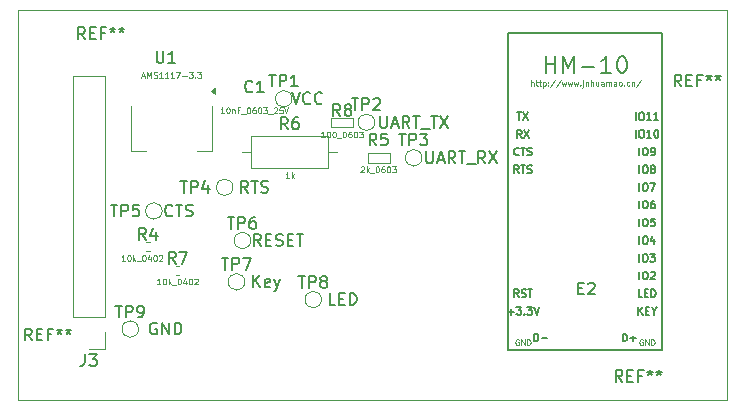
<source format=gbr>
%TF.GenerationSoftware,KiCad,Pcbnew,9.0.7-9.0.7~ubuntu24.04.1*%
%TF.CreationDate,2026-02-13T06:42:11+01:00*%
%TF.ProjectId,diagram_wirering,64696167-7261-46d5-9f77-69726572696e,rev?*%
%TF.SameCoordinates,Original*%
%TF.FileFunction,Profile,NP*%
%FSLAX46Y46*%
G04 Gerber Fmt 4.6, Leading zero omitted, Abs format (unit mm)*
G04 Created by KiCad (PCBNEW 9.0.7-9.0.7~ubuntu24.04.1) date 2026-02-13 06:42:11*
%MOMM*%
%LPD*%
G01*
G04 APERTURE LIST*
%TA.AperFunction,Profile*%
%ADD10C,0.050000*%
%TD*%
%ADD11C,0.150000*%
%ADD12C,0.120000*%
%ADD13C,0.100000*%
%ADD14C,0.127000*%
G04 APERTURE END LIST*
D10*
X55000000Y-14500000D02*
X115000000Y-14500000D01*
X115000000Y-47500000D01*
X55000000Y-47500000D01*
X55000000Y-14500000D01*
D11*
X56166666Y-42454819D02*
X55833333Y-41978628D01*
X55595238Y-42454819D02*
X55595238Y-41454819D01*
X55595238Y-41454819D02*
X55976190Y-41454819D01*
X55976190Y-41454819D02*
X56071428Y-41502438D01*
X56071428Y-41502438D02*
X56119047Y-41550057D01*
X56119047Y-41550057D02*
X56166666Y-41645295D01*
X56166666Y-41645295D02*
X56166666Y-41788152D01*
X56166666Y-41788152D02*
X56119047Y-41883390D01*
X56119047Y-41883390D02*
X56071428Y-41931009D01*
X56071428Y-41931009D02*
X55976190Y-41978628D01*
X55976190Y-41978628D02*
X55595238Y-41978628D01*
X56595238Y-41931009D02*
X56928571Y-41931009D01*
X57071428Y-42454819D02*
X56595238Y-42454819D01*
X56595238Y-42454819D02*
X56595238Y-41454819D01*
X56595238Y-41454819D02*
X57071428Y-41454819D01*
X57833333Y-41931009D02*
X57500000Y-41931009D01*
X57500000Y-42454819D02*
X57500000Y-41454819D01*
X57500000Y-41454819D02*
X57976190Y-41454819D01*
X58500000Y-41454819D02*
X58500000Y-41692914D01*
X58261905Y-41597676D02*
X58500000Y-41692914D01*
X58500000Y-41692914D02*
X58738095Y-41597676D01*
X58357143Y-41883390D02*
X58500000Y-41692914D01*
X58500000Y-41692914D02*
X58642857Y-41883390D01*
X59261905Y-41454819D02*
X59261905Y-41692914D01*
X59023810Y-41597676D02*
X59261905Y-41692914D01*
X59261905Y-41692914D02*
X59500000Y-41597676D01*
X59119048Y-41883390D02*
X59261905Y-41692914D01*
X59261905Y-41692914D02*
X59404762Y-41883390D01*
X106166666Y-45954819D02*
X105833333Y-45478628D01*
X105595238Y-45954819D02*
X105595238Y-44954819D01*
X105595238Y-44954819D02*
X105976190Y-44954819D01*
X105976190Y-44954819D02*
X106071428Y-45002438D01*
X106071428Y-45002438D02*
X106119047Y-45050057D01*
X106119047Y-45050057D02*
X106166666Y-45145295D01*
X106166666Y-45145295D02*
X106166666Y-45288152D01*
X106166666Y-45288152D02*
X106119047Y-45383390D01*
X106119047Y-45383390D02*
X106071428Y-45431009D01*
X106071428Y-45431009D02*
X105976190Y-45478628D01*
X105976190Y-45478628D02*
X105595238Y-45478628D01*
X106595238Y-45431009D02*
X106928571Y-45431009D01*
X107071428Y-45954819D02*
X106595238Y-45954819D01*
X106595238Y-45954819D02*
X106595238Y-44954819D01*
X106595238Y-44954819D02*
X107071428Y-44954819D01*
X107833333Y-45431009D02*
X107500000Y-45431009D01*
X107500000Y-45954819D02*
X107500000Y-44954819D01*
X107500000Y-44954819D02*
X107976190Y-44954819D01*
X108500000Y-44954819D02*
X108500000Y-45192914D01*
X108261905Y-45097676D02*
X108500000Y-45192914D01*
X108500000Y-45192914D02*
X108738095Y-45097676D01*
X108357143Y-45383390D02*
X108500000Y-45192914D01*
X108500000Y-45192914D02*
X108642857Y-45383390D01*
X109261905Y-44954819D02*
X109261905Y-45192914D01*
X109023810Y-45097676D02*
X109261905Y-45192914D01*
X109261905Y-45192914D02*
X109500000Y-45097676D01*
X109119048Y-45383390D02*
X109261905Y-45192914D01*
X109261905Y-45192914D02*
X109404762Y-45383390D01*
X111166666Y-20954819D02*
X110833333Y-20478628D01*
X110595238Y-20954819D02*
X110595238Y-19954819D01*
X110595238Y-19954819D02*
X110976190Y-19954819D01*
X110976190Y-19954819D02*
X111071428Y-20002438D01*
X111071428Y-20002438D02*
X111119047Y-20050057D01*
X111119047Y-20050057D02*
X111166666Y-20145295D01*
X111166666Y-20145295D02*
X111166666Y-20288152D01*
X111166666Y-20288152D02*
X111119047Y-20383390D01*
X111119047Y-20383390D02*
X111071428Y-20431009D01*
X111071428Y-20431009D02*
X110976190Y-20478628D01*
X110976190Y-20478628D02*
X110595238Y-20478628D01*
X111595238Y-20431009D02*
X111928571Y-20431009D01*
X112071428Y-20954819D02*
X111595238Y-20954819D01*
X111595238Y-20954819D02*
X111595238Y-19954819D01*
X111595238Y-19954819D02*
X112071428Y-19954819D01*
X112833333Y-20431009D02*
X112500000Y-20431009D01*
X112500000Y-20954819D02*
X112500000Y-19954819D01*
X112500000Y-19954819D02*
X112976190Y-19954819D01*
X113500000Y-19954819D02*
X113500000Y-20192914D01*
X113261905Y-20097676D02*
X113500000Y-20192914D01*
X113500000Y-20192914D02*
X113738095Y-20097676D01*
X113357143Y-20383390D02*
X113500000Y-20192914D01*
X113500000Y-20192914D02*
X113642857Y-20383390D01*
X114261905Y-19954819D02*
X114261905Y-20192914D01*
X114023810Y-20097676D02*
X114261905Y-20192914D01*
X114261905Y-20192914D02*
X114500000Y-20097676D01*
X114119048Y-20383390D02*
X114261905Y-20192914D01*
X114261905Y-20192914D02*
X114404762Y-20383390D01*
X60666666Y-16954819D02*
X60333333Y-16478628D01*
X60095238Y-16954819D02*
X60095238Y-15954819D01*
X60095238Y-15954819D02*
X60476190Y-15954819D01*
X60476190Y-15954819D02*
X60571428Y-16002438D01*
X60571428Y-16002438D02*
X60619047Y-16050057D01*
X60619047Y-16050057D02*
X60666666Y-16145295D01*
X60666666Y-16145295D02*
X60666666Y-16288152D01*
X60666666Y-16288152D02*
X60619047Y-16383390D01*
X60619047Y-16383390D02*
X60571428Y-16431009D01*
X60571428Y-16431009D02*
X60476190Y-16478628D01*
X60476190Y-16478628D02*
X60095238Y-16478628D01*
X61095238Y-16431009D02*
X61428571Y-16431009D01*
X61571428Y-16954819D02*
X61095238Y-16954819D01*
X61095238Y-16954819D02*
X61095238Y-15954819D01*
X61095238Y-15954819D02*
X61571428Y-15954819D01*
X62333333Y-16431009D02*
X62000000Y-16431009D01*
X62000000Y-16954819D02*
X62000000Y-15954819D01*
X62000000Y-15954819D02*
X62476190Y-15954819D01*
X63000000Y-15954819D02*
X63000000Y-16192914D01*
X62761905Y-16097676D02*
X63000000Y-16192914D01*
X63000000Y-16192914D02*
X63238095Y-16097676D01*
X62857143Y-16383390D02*
X63000000Y-16192914D01*
X63000000Y-16192914D02*
X63142857Y-16383390D01*
X63761905Y-15954819D02*
X63761905Y-16192914D01*
X63523810Y-16097676D02*
X63761905Y-16192914D01*
X63761905Y-16192914D02*
X64000000Y-16097676D01*
X63619048Y-16383390D02*
X63761905Y-16192914D01*
X63761905Y-16192914D02*
X63904762Y-16383390D01*
X83238095Y-21956819D02*
X83809523Y-21956819D01*
X83523809Y-22956819D02*
X83523809Y-21956819D01*
X84142857Y-22956819D02*
X84142857Y-21956819D01*
X84142857Y-21956819D02*
X84523809Y-21956819D01*
X84523809Y-21956819D02*
X84619047Y-22004438D01*
X84619047Y-22004438D02*
X84666666Y-22052057D01*
X84666666Y-22052057D02*
X84714285Y-22147295D01*
X84714285Y-22147295D02*
X84714285Y-22290152D01*
X84714285Y-22290152D02*
X84666666Y-22385390D01*
X84666666Y-22385390D02*
X84619047Y-22433009D01*
X84619047Y-22433009D02*
X84523809Y-22480628D01*
X84523809Y-22480628D02*
X84142857Y-22480628D01*
X85095238Y-22052057D02*
X85142857Y-22004438D01*
X85142857Y-22004438D02*
X85238095Y-21956819D01*
X85238095Y-21956819D02*
X85476190Y-21956819D01*
X85476190Y-21956819D02*
X85571428Y-22004438D01*
X85571428Y-22004438D02*
X85619047Y-22052057D01*
X85619047Y-22052057D02*
X85666666Y-22147295D01*
X85666666Y-22147295D02*
X85666666Y-22242533D01*
X85666666Y-22242533D02*
X85619047Y-22385390D01*
X85619047Y-22385390D02*
X85047619Y-22956819D01*
X85047619Y-22956819D02*
X85666666Y-22956819D01*
X85666666Y-23454819D02*
X85666666Y-24264342D01*
X85666666Y-24264342D02*
X85714285Y-24359580D01*
X85714285Y-24359580D02*
X85761904Y-24407200D01*
X85761904Y-24407200D02*
X85857142Y-24454819D01*
X85857142Y-24454819D02*
X86047618Y-24454819D01*
X86047618Y-24454819D02*
X86142856Y-24407200D01*
X86142856Y-24407200D02*
X86190475Y-24359580D01*
X86190475Y-24359580D02*
X86238094Y-24264342D01*
X86238094Y-24264342D02*
X86238094Y-23454819D01*
X86666666Y-24169104D02*
X87142856Y-24169104D01*
X86571428Y-24454819D02*
X86904761Y-23454819D01*
X86904761Y-23454819D02*
X87238094Y-24454819D01*
X88142856Y-24454819D02*
X87809523Y-23978628D01*
X87571428Y-24454819D02*
X87571428Y-23454819D01*
X87571428Y-23454819D02*
X87952380Y-23454819D01*
X87952380Y-23454819D02*
X88047618Y-23502438D01*
X88047618Y-23502438D02*
X88095237Y-23550057D01*
X88095237Y-23550057D02*
X88142856Y-23645295D01*
X88142856Y-23645295D02*
X88142856Y-23788152D01*
X88142856Y-23788152D02*
X88095237Y-23883390D01*
X88095237Y-23883390D02*
X88047618Y-23931009D01*
X88047618Y-23931009D02*
X87952380Y-23978628D01*
X87952380Y-23978628D02*
X87571428Y-23978628D01*
X88428571Y-23454819D02*
X88999999Y-23454819D01*
X88714285Y-24454819D02*
X88714285Y-23454819D01*
X89095238Y-24550057D02*
X89857142Y-24550057D01*
X89952381Y-23454819D02*
X90523809Y-23454819D01*
X90238095Y-24454819D02*
X90238095Y-23454819D01*
X90761905Y-23454819D02*
X91428571Y-24454819D01*
X91428571Y-23454819D02*
X90761905Y-24454819D01*
X87238095Y-24956819D02*
X87809523Y-24956819D01*
X87523809Y-25956819D02*
X87523809Y-24956819D01*
X88142857Y-25956819D02*
X88142857Y-24956819D01*
X88142857Y-24956819D02*
X88523809Y-24956819D01*
X88523809Y-24956819D02*
X88619047Y-25004438D01*
X88619047Y-25004438D02*
X88666666Y-25052057D01*
X88666666Y-25052057D02*
X88714285Y-25147295D01*
X88714285Y-25147295D02*
X88714285Y-25290152D01*
X88714285Y-25290152D02*
X88666666Y-25385390D01*
X88666666Y-25385390D02*
X88619047Y-25433009D01*
X88619047Y-25433009D02*
X88523809Y-25480628D01*
X88523809Y-25480628D02*
X88142857Y-25480628D01*
X89047619Y-24956819D02*
X89666666Y-24956819D01*
X89666666Y-24956819D02*
X89333333Y-25337771D01*
X89333333Y-25337771D02*
X89476190Y-25337771D01*
X89476190Y-25337771D02*
X89571428Y-25385390D01*
X89571428Y-25385390D02*
X89619047Y-25433009D01*
X89619047Y-25433009D02*
X89666666Y-25528247D01*
X89666666Y-25528247D02*
X89666666Y-25766342D01*
X89666666Y-25766342D02*
X89619047Y-25861580D01*
X89619047Y-25861580D02*
X89571428Y-25909200D01*
X89571428Y-25909200D02*
X89476190Y-25956819D01*
X89476190Y-25956819D02*
X89190476Y-25956819D01*
X89190476Y-25956819D02*
X89095238Y-25909200D01*
X89095238Y-25909200D02*
X89047619Y-25861580D01*
X89547619Y-26454819D02*
X89547619Y-27264342D01*
X89547619Y-27264342D02*
X89595238Y-27359580D01*
X89595238Y-27359580D02*
X89642857Y-27407200D01*
X89642857Y-27407200D02*
X89738095Y-27454819D01*
X89738095Y-27454819D02*
X89928571Y-27454819D01*
X89928571Y-27454819D02*
X90023809Y-27407200D01*
X90023809Y-27407200D02*
X90071428Y-27359580D01*
X90071428Y-27359580D02*
X90119047Y-27264342D01*
X90119047Y-27264342D02*
X90119047Y-26454819D01*
X90547619Y-27169104D02*
X91023809Y-27169104D01*
X90452381Y-27454819D02*
X90785714Y-26454819D01*
X90785714Y-26454819D02*
X91119047Y-27454819D01*
X92023809Y-27454819D02*
X91690476Y-26978628D01*
X91452381Y-27454819D02*
X91452381Y-26454819D01*
X91452381Y-26454819D02*
X91833333Y-26454819D01*
X91833333Y-26454819D02*
X91928571Y-26502438D01*
X91928571Y-26502438D02*
X91976190Y-26550057D01*
X91976190Y-26550057D02*
X92023809Y-26645295D01*
X92023809Y-26645295D02*
X92023809Y-26788152D01*
X92023809Y-26788152D02*
X91976190Y-26883390D01*
X91976190Y-26883390D02*
X91928571Y-26931009D01*
X91928571Y-26931009D02*
X91833333Y-26978628D01*
X91833333Y-26978628D02*
X91452381Y-26978628D01*
X92309524Y-26454819D02*
X92880952Y-26454819D01*
X92595238Y-27454819D02*
X92595238Y-26454819D01*
X92976191Y-27550057D02*
X93738095Y-27550057D01*
X94547619Y-27454819D02*
X94214286Y-26978628D01*
X93976191Y-27454819D02*
X93976191Y-26454819D01*
X93976191Y-26454819D02*
X94357143Y-26454819D01*
X94357143Y-26454819D02*
X94452381Y-26502438D01*
X94452381Y-26502438D02*
X94500000Y-26550057D01*
X94500000Y-26550057D02*
X94547619Y-26645295D01*
X94547619Y-26645295D02*
X94547619Y-26788152D01*
X94547619Y-26788152D02*
X94500000Y-26883390D01*
X94500000Y-26883390D02*
X94452381Y-26931009D01*
X94452381Y-26931009D02*
X94357143Y-26978628D01*
X94357143Y-26978628D02*
X93976191Y-26978628D01*
X94880953Y-26454819D02*
X95547619Y-27454819D01*
X95547619Y-26454819D02*
X94880953Y-27454819D01*
X68738095Y-28956819D02*
X69309523Y-28956819D01*
X69023809Y-29956819D02*
X69023809Y-28956819D01*
X69642857Y-29956819D02*
X69642857Y-28956819D01*
X69642857Y-28956819D02*
X70023809Y-28956819D01*
X70023809Y-28956819D02*
X70119047Y-29004438D01*
X70119047Y-29004438D02*
X70166666Y-29052057D01*
X70166666Y-29052057D02*
X70214285Y-29147295D01*
X70214285Y-29147295D02*
X70214285Y-29290152D01*
X70214285Y-29290152D02*
X70166666Y-29385390D01*
X70166666Y-29385390D02*
X70119047Y-29433009D01*
X70119047Y-29433009D02*
X70023809Y-29480628D01*
X70023809Y-29480628D02*
X69642857Y-29480628D01*
X71071428Y-29290152D02*
X71071428Y-29956819D01*
X70833333Y-28909200D02*
X70595238Y-29623485D01*
X70595238Y-29623485D02*
X71214285Y-29623485D01*
X74452380Y-29954819D02*
X74119047Y-29478628D01*
X73880952Y-29954819D02*
X73880952Y-28954819D01*
X73880952Y-28954819D02*
X74261904Y-28954819D01*
X74261904Y-28954819D02*
X74357142Y-29002438D01*
X74357142Y-29002438D02*
X74404761Y-29050057D01*
X74404761Y-29050057D02*
X74452380Y-29145295D01*
X74452380Y-29145295D02*
X74452380Y-29288152D01*
X74452380Y-29288152D02*
X74404761Y-29383390D01*
X74404761Y-29383390D02*
X74357142Y-29431009D01*
X74357142Y-29431009D02*
X74261904Y-29478628D01*
X74261904Y-29478628D02*
X73880952Y-29478628D01*
X74738095Y-28954819D02*
X75309523Y-28954819D01*
X75023809Y-29954819D02*
X75023809Y-28954819D01*
X75595238Y-29907200D02*
X75738095Y-29954819D01*
X75738095Y-29954819D02*
X75976190Y-29954819D01*
X75976190Y-29954819D02*
X76071428Y-29907200D01*
X76071428Y-29907200D02*
X76119047Y-29859580D01*
X76119047Y-29859580D02*
X76166666Y-29764342D01*
X76166666Y-29764342D02*
X76166666Y-29669104D01*
X76166666Y-29669104D02*
X76119047Y-29573866D01*
X76119047Y-29573866D02*
X76071428Y-29526247D01*
X76071428Y-29526247D02*
X75976190Y-29478628D01*
X75976190Y-29478628D02*
X75785714Y-29431009D01*
X75785714Y-29431009D02*
X75690476Y-29383390D01*
X75690476Y-29383390D02*
X75642857Y-29335771D01*
X75642857Y-29335771D02*
X75595238Y-29240533D01*
X75595238Y-29240533D02*
X75595238Y-29145295D01*
X75595238Y-29145295D02*
X75642857Y-29050057D01*
X75642857Y-29050057D02*
X75690476Y-29002438D01*
X75690476Y-29002438D02*
X75785714Y-28954819D01*
X75785714Y-28954819D02*
X76023809Y-28954819D01*
X76023809Y-28954819D02*
X76166666Y-29002438D01*
X62846366Y-30956819D02*
X63417794Y-30956819D01*
X63132080Y-31956819D02*
X63132080Y-30956819D01*
X63751128Y-31956819D02*
X63751128Y-30956819D01*
X63751128Y-30956819D02*
X64132080Y-30956819D01*
X64132080Y-30956819D02*
X64227318Y-31004438D01*
X64227318Y-31004438D02*
X64274937Y-31052057D01*
X64274937Y-31052057D02*
X64322556Y-31147295D01*
X64322556Y-31147295D02*
X64322556Y-31290152D01*
X64322556Y-31290152D02*
X64274937Y-31385390D01*
X64274937Y-31385390D02*
X64227318Y-31433009D01*
X64227318Y-31433009D02*
X64132080Y-31480628D01*
X64132080Y-31480628D02*
X63751128Y-31480628D01*
X65227318Y-30956819D02*
X64751128Y-30956819D01*
X64751128Y-30956819D02*
X64703509Y-31433009D01*
X64703509Y-31433009D02*
X64751128Y-31385390D01*
X64751128Y-31385390D02*
X64846366Y-31337771D01*
X64846366Y-31337771D02*
X65084461Y-31337771D01*
X65084461Y-31337771D02*
X65179699Y-31385390D01*
X65179699Y-31385390D02*
X65227318Y-31433009D01*
X65227318Y-31433009D02*
X65274937Y-31528247D01*
X65274937Y-31528247D02*
X65274937Y-31766342D01*
X65274937Y-31766342D02*
X65227318Y-31861580D01*
X65227318Y-31861580D02*
X65179699Y-31909200D01*
X65179699Y-31909200D02*
X65084461Y-31956819D01*
X65084461Y-31956819D02*
X64846366Y-31956819D01*
X64846366Y-31956819D02*
X64751128Y-31909200D01*
X64751128Y-31909200D02*
X64703509Y-31861580D01*
X68060651Y-31859580D02*
X68013032Y-31907200D01*
X68013032Y-31907200D02*
X67870175Y-31954819D01*
X67870175Y-31954819D02*
X67774937Y-31954819D01*
X67774937Y-31954819D02*
X67632080Y-31907200D01*
X67632080Y-31907200D02*
X67536842Y-31811961D01*
X67536842Y-31811961D02*
X67489223Y-31716723D01*
X67489223Y-31716723D02*
X67441604Y-31526247D01*
X67441604Y-31526247D02*
X67441604Y-31383390D01*
X67441604Y-31383390D02*
X67489223Y-31192914D01*
X67489223Y-31192914D02*
X67536842Y-31097676D01*
X67536842Y-31097676D02*
X67632080Y-31002438D01*
X67632080Y-31002438D02*
X67774937Y-30954819D01*
X67774937Y-30954819D02*
X67870175Y-30954819D01*
X67870175Y-30954819D02*
X68013032Y-31002438D01*
X68013032Y-31002438D02*
X68060651Y-31050057D01*
X68346366Y-30954819D02*
X68917794Y-30954819D01*
X68632080Y-31954819D02*
X68632080Y-30954819D01*
X69203509Y-31907200D02*
X69346366Y-31954819D01*
X69346366Y-31954819D02*
X69584461Y-31954819D01*
X69584461Y-31954819D02*
X69679699Y-31907200D01*
X69679699Y-31907200D02*
X69727318Y-31859580D01*
X69727318Y-31859580D02*
X69774937Y-31764342D01*
X69774937Y-31764342D02*
X69774937Y-31669104D01*
X69774937Y-31669104D02*
X69727318Y-31573866D01*
X69727318Y-31573866D02*
X69679699Y-31526247D01*
X69679699Y-31526247D02*
X69584461Y-31478628D01*
X69584461Y-31478628D02*
X69393985Y-31431009D01*
X69393985Y-31431009D02*
X69298747Y-31383390D01*
X69298747Y-31383390D02*
X69251128Y-31335771D01*
X69251128Y-31335771D02*
X69203509Y-31240533D01*
X69203509Y-31240533D02*
X69203509Y-31145295D01*
X69203509Y-31145295D02*
X69251128Y-31050057D01*
X69251128Y-31050057D02*
X69298747Y-31002438D01*
X69298747Y-31002438D02*
X69393985Y-30954819D01*
X69393985Y-30954819D02*
X69632080Y-30954819D01*
X69632080Y-30954819D02*
X69774937Y-31002438D01*
X76238095Y-19954819D02*
X76809523Y-19954819D01*
X76523809Y-20954819D02*
X76523809Y-19954819D01*
X77142857Y-20954819D02*
X77142857Y-19954819D01*
X77142857Y-19954819D02*
X77523809Y-19954819D01*
X77523809Y-19954819D02*
X77619047Y-20002438D01*
X77619047Y-20002438D02*
X77666666Y-20050057D01*
X77666666Y-20050057D02*
X77714285Y-20145295D01*
X77714285Y-20145295D02*
X77714285Y-20288152D01*
X77714285Y-20288152D02*
X77666666Y-20383390D01*
X77666666Y-20383390D02*
X77619047Y-20431009D01*
X77619047Y-20431009D02*
X77523809Y-20478628D01*
X77523809Y-20478628D02*
X77142857Y-20478628D01*
X78666666Y-20954819D02*
X78095238Y-20954819D01*
X78380952Y-20954819D02*
X78380952Y-19954819D01*
X78380952Y-19954819D02*
X78285714Y-20097676D01*
X78285714Y-20097676D02*
X78190476Y-20192914D01*
X78190476Y-20192914D02*
X78095238Y-20240533D01*
X78166667Y-21454819D02*
X78500000Y-22454819D01*
X78500000Y-22454819D02*
X78833333Y-21454819D01*
X79738095Y-22359580D02*
X79690476Y-22407200D01*
X79690476Y-22407200D02*
X79547619Y-22454819D01*
X79547619Y-22454819D02*
X79452381Y-22454819D01*
X79452381Y-22454819D02*
X79309524Y-22407200D01*
X79309524Y-22407200D02*
X79214286Y-22311961D01*
X79214286Y-22311961D02*
X79166667Y-22216723D01*
X79166667Y-22216723D02*
X79119048Y-22026247D01*
X79119048Y-22026247D02*
X79119048Y-21883390D01*
X79119048Y-21883390D02*
X79166667Y-21692914D01*
X79166667Y-21692914D02*
X79214286Y-21597676D01*
X79214286Y-21597676D02*
X79309524Y-21502438D01*
X79309524Y-21502438D02*
X79452381Y-21454819D01*
X79452381Y-21454819D02*
X79547619Y-21454819D01*
X79547619Y-21454819D02*
X79690476Y-21502438D01*
X79690476Y-21502438D02*
X79738095Y-21550057D01*
X80738095Y-22359580D02*
X80690476Y-22407200D01*
X80690476Y-22407200D02*
X80547619Y-22454819D01*
X80547619Y-22454819D02*
X80452381Y-22454819D01*
X80452381Y-22454819D02*
X80309524Y-22407200D01*
X80309524Y-22407200D02*
X80214286Y-22311961D01*
X80214286Y-22311961D02*
X80166667Y-22216723D01*
X80166667Y-22216723D02*
X80119048Y-22026247D01*
X80119048Y-22026247D02*
X80119048Y-21883390D01*
X80119048Y-21883390D02*
X80166667Y-21692914D01*
X80166667Y-21692914D02*
X80214286Y-21597676D01*
X80214286Y-21597676D02*
X80309524Y-21502438D01*
X80309524Y-21502438D02*
X80452381Y-21454819D01*
X80452381Y-21454819D02*
X80547619Y-21454819D01*
X80547619Y-21454819D02*
X80690476Y-21502438D01*
X80690476Y-21502438D02*
X80738095Y-21550057D01*
X102424524Y-38036009D02*
X102757857Y-38036009D01*
X102900714Y-38559819D02*
X102424524Y-38559819D01*
X102424524Y-38559819D02*
X102424524Y-37559819D01*
X102424524Y-37559819D02*
X102900714Y-37559819D01*
X103281667Y-37655057D02*
X103329286Y-37607438D01*
X103329286Y-37607438D02*
X103424524Y-37559819D01*
X103424524Y-37559819D02*
X103662619Y-37559819D01*
X103662619Y-37559819D02*
X103757857Y-37607438D01*
X103757857Y-37607438D02*
X103805476Y-37655057D01*
X103805476Y-37655057D02*
X103853095Y-37750295D01*
X103853095Y-37750295D02*
X103853095Y-37845533D01*
X103853095Y-37845533D02*
X103805476Y-37988390D01*
X103805476Y-37988390D02*
X103234048Y-38559819D01*
X103234048Y-38559819D02*
X103853095Y-38559819D01*
D12*
X98454285Y-20895817D02*
X98454285Y-20415817D01*
X98660000Y-20895817D02*
X98660000Y-20644388D01*
X98660000Y-20644388D02*
X98637142Y-20598674D01*
X98637142Y-20598674D02*
X98591428Y-20575817D01*
X98591428Y-20575817D02*
X98522857Y-20575817D01*
X98522857Y-20575817D02*
X98477142Y-20598674D01*
X98477142Y-20598674D02*
X98454285Y-20621531D01*
X98820000Y-20575817D02*
X99002857Y-20575817D01*
X98888571Y-20415817D02*
X98888571Y-20827245D01*
X98888571Y-20827245D02*
X98911428Y-20872960D01*
X98911428Y-20872960D02*
X98957143Y-20895817D01*
X98957143Y-20895817D02*
X99002857Y-20895817D01*
X99094286Y-20575817D02*
X99277143Y-20575817D01*
X99162857Y-20415817D02*
X99162857Y-20827245D01*
X99162857Y-20827245D02*
X99185714Y-20872960D01*
X99185714Y-20872960D02*
X99231429Y-20895817D01*
X99231429Y-20895817D02*
X99277143Y-20895817D01*
X99437143Y-20575817D02*
X99437143Y-21055817D01*
X99437143Y-20598674D02*
X99482858Y-20575817D01*
X99482858Y-20575817D02*
X99574286Y-20575817D01*
X99574286Y-20575817D02*
X99620000Y-20598674D01*
X99620000Y-20598674D02*
X99642858Y-20621531D01*
X99642858Y-20621531D02*
X99665715Y-20667245D01*
X99665715Y-20667245D02*
X99665715Y-20804388D01*
X99665715Y-20804388D02*
X99642858Y-20850102D01*
X99642858Y-20850102D02*
X99620000Y-20872960D01*
X99620000Y-20872960D02*
X99574286Y-20895817D01*
X99574286Y-20895817D02*
X99482858Y-20895817D01*
X99482858Y-20895817D02*
X99437143Y-20872960D01*
X99871429Y-20850102D02*
X99894286Y-20872960D01*
X99894286Y-20872960D02*
X99871429Y-20895817D01*
X99871429Y-20895817D02*
X99848572Y-20872960D01*
X99848572Y-20872960D02*
X99871429Y-20850102D01*
X99871429Y-20850102D02*
X99871429Y-20895817D01*
X99871429Y-20598674D02*
X99894286Y-20621531D01*
X99894286Y-20621531D02*
X99871429Y-20644388D01*
X99871429Y-20644388D02*
X99848572Y-20621531D01*
X99848572Y-20621531D02*
X99871429Y-20598674D01*
X99871429Y-20598674D02*
X99871429Y-20644388D01*
X100442857Y-20392960D02*
X100031429Y-21010102D01*
X100945714Y-20392960D02*
X100534286Y-21010102D01*
X101060000Y-20575817D02*
X101151429Y-20895817D01*
X101151429Y-20895817D02*
X101242857Y-20667245D01*
X101242857Y-20667245D02*
X101334286Y-20895817D01*
X101334286Y-20895817D02*
X101425714Y-20575817D01*
X101562857Y-20575817D02*
X101654286Y-20895817D01*
X101654286Y-20895817D02*
X101745714Y-20667245D01*
X101745714Y-20667245D02*
X101837143Y-20895817D01*
X101837143Y-20895817D02*
X101928571Y-20575817D01*
X102065714Y-20575817D02*
X102157143Y-20895817D01*
X102157143Y-20895817D02*
X102248571Y-20667245D01*
X102248571Y-20667245D02*
X102340000Y-20895817D01*
X102340000Y-20895817D02*
X102431428Y-20575817D01*
X102614285Y-20850102D02*
X102637142Y-20872960D01*
X102637142Y-20872960D02*
X102614285Y-20895817D01*
X102614285Y-20895817D02*
X102591428Y-20872960D01*
X102591428Y-20872960D02*
X102614285Y-20850102D01*
X102614285Y-20850102D02*
X102614285Y-20895817D01*
X102842856Y-20575817D02*
X102842856Y-20987245D01*
X102842856Y-20987245D02*
X102819999Y-21032960D01*
X102819999Y-21032960D02*
X102774285Y-21055817D01*
X102774285Y-21055817D02*
X102751428Y-21055817D01*
X102842856Y-20415817D02*
X102819999Y-20438674D01*
X102819999Y-20438674D02*
X102842856Y-20461531D01*
X102842856Y-20461531D02*
X102865713Y-20438674D01*
X102865713Y-20438674D02*
X102842856Y-20415817D01*
X102842856Y-20415817D02*
X102842856Y-20461531D01*
X103071427Y-20575817D02*
X103071427Y-20895817D01*
X103071427Y-20621531D02*
X103094284Y-20598674D01*
X103094284Y-20598674D02*
X103139999Y-20575817D01*
X103139999Y-20575817D02*
X103208570Y-20575817D01*
X103208570Y-20575817D02*
X103254284Y-20598674D01*
X103254284Y-20598674D02*
X103277142Y-20644388D01*
X103277142Y-20644388D02*
X103277142Y-20895817D01*
X103505713Y-20895817D02*
X103505713Y-20415817D01*
X103711428Y-20895817D02*
X103711428Y-20644388D01*
X103711428Y-20644388D02*
X103688570Y-20598674D01*
X103688570Y-20598674D02*
X103642856Y-20575817D01*
X103642856Y-20575817D02*
X103574285Y-20575817D01*
X103574285Y-20575817D02*
X103528570Y-20598674D01*
X103528570Y-20598674D02*
X103505713Y-20621531D01*
X104145714Y-20575817D02*
X104145714Y-20895817D01*
X103939999Y-20575817D02*
X103939999Y-20827245D01*
X103939999Y-20827245D02*
X103962856Y-20872960D01*
X103962856Y-20872960D02*
X104008571Y-20895817D01*
X104008571Y-20895817D02*
X104077142Y-20895817D01*
X104077142Y-20895817D02*
X104122856Y-20872960D01*
X104122856Y-20872960D02*
X104145714Y-20850102D01*
X104580000Y-20895817D02*
X104580000Y-20644388D01*
X104580000Y-20644388D02*
X104557142Y-20598674D01*
X104557142Y-20598674D02*
X104511428Y-20575817D01*
X104511428Y-20575817D02*
X104420000Y-20575817D01*
X104420000Y-20575817D02*
X104374285Y-20598674D01*
X104580000Y-20872960D02*
X104534285Y-20895817D01*
X104534285Y-20895817D02*
X104420000Y-20895817D01*
X104420000Y-20895817D02*
X104374285Y-20872960D01*
X104374285Y-20872960D02*
X104351428Y-20827245D01*
X104351428Y-20827245D02*
X104351428Y-20781531D01*
X104351428Y-20781531D02*
X104374285Y-20735817D01*
X104374285Y-20735817D02*
X104420000Y-20712960D01*
X104420000Y-20712960D02*
X104534285Y-20712960D01*
X104534285Y-20712960D02*
X104580000Y-20690102D01*
X104808571Y-20895817D02*
X104808571Y-20575817D01*
X104808571Y-20621531D02*
X104831428Y-20598674D01*
X104831428Y-20598674D02*
X104877143Y-20575817D01*
X104877143Y-20575817D02*
X104945714Y-20575817D01*
X104945714Y-20575817D02*
X104991428Y-20598674D01*
X104991428Y-20598674D02*
X105014286Y-20644388D01*
X105014286Y-20644388D02*
X105014286Y-20895817D01*
X105014286Y-20644388D02*
X105037143Y-20598674D01*
X105037143Y-20598674D02*
X105082857Y-20575817D01*
X105082857Y-20575817D02*
X105151428Y-20575817D01*
X105151428Y-20575817D02*
X105197143Y-20598674D01*
X105197143Y-20598674D02*
X105220000Y-20644388D01*
X105220000Y-20644388D02*
X105220000Y-20895817D01*
X105654286Y-20895817D02*
X105654286Y-20644388D01*
X105654286Y-20644388D02*
X105631428Y-20598674D01*
X105631428Y-20598674D02*
X105585714Y-20575817D01*
X105585714Y-20575817D02*
X105494286Y-20575817D01*
X105494286Y-20575817D02*
X105448571Y-20598674D01*
X105654286Y-20872960D02*
X105608571Y-20895817D01*
X105608571Y-20895817D02*
X105494286Y-20895817D01*
X105494286Y-20895817D02*
X105448571Y-20872960D01*
X105448571Y-20872960D02*
X105425714Y-20827245D01*
X105425714Y-20827245D02*
X105425714Y-20781531D01*
X105425714Y-20781531D02*
X105448571Y-20735817D01*
X105448571Y-20735817D02*
X105494286Y-20712960D01*
X105494286Y-20712960D02*
X105608571Y-20712960D01*
X105608571Y-20712960D02*
X105654286Y-20690102D01*
X105951429Y-20895817D02*
X105905714Y-20872960D01*
X105905714Y-20872960D02*
X105882857Y-20850102D01*
X105882857Y-20850102D02*
X105860000Y-20804388D01*
X105860000Y-20804388D02*
X105860000Y-20667245D01*
X105860000Y-20667245D02*
X105882857Y-20621531D01*
X105882857Y-20621531D02*
X105905714Y-20598674D01*
X105905714Y-20598674D02*
X105951429Y-20575817D01*
X105951429Y-20575817D02*
X106020000Y-20575817D01*
X106020000Y-20575817D02*
X106065714Y-20598674D01*
X106065714Y-20598674D02*
X106088572Y-20621531D01*
X106088572Y-20621531D02*
X106111429Y-20667245D01*
X106111429Y-20667245D02*
X106111429Y-20804388D01*
X106111429Y-20804388D02*
X106088572Y-20850102D01*
X106088572Y-20850102D02*
X106065714Y-20872960D01*
X106065714Y-20872960D02*
X106020000Y-20895817D01*
X106020000Y-20895817D02*
X105951429Y-20895817D01*
X106317143Y-20850102D02*
X106340000Y-20872960D01*
X106340000Y-20872960D02*
X106317143Y-20895817D01*
X106317143Y-20895817D02*
X106294286Y-20872960D01*
X106294286Y-20872960D02*
X106317143Y-20850102D01*
X106317143Y-20850102D02*
X106317143Y-20895817D01*
X106751429Y-20872960D02*
X106705714Y-20895817D01*
X106705714Y-20895817D02*
X106614286Y-20895817D01*
X106614286Y-20895817D02*
X106568571Y-20872960D01*
X106568571Y-20872960D02*
X106545714Y-20850102D01*
X106545714Y-20850102D02*
X106522857Y-20804388D01*
X106522857Y-20804388D02*
X106522857Y-20667245D01*
X106522857Y-20667245D02*
X106545714Y-20621531D01*
X106545714Y-20621531D02*
X106568571Y-20598674D01*
X106568571Y-20598674D02*
X106614286Y-20575817D01*
X106614286Y-20575817D02*
X106705714Y-20575817D01*
X106705714Y-20575817D02*
X106751429Y-20598674D01*
X106957143Y-20575817D02*
X106957143Y-20895817D01*
X106957143Y-20621531D02*
X106980000Y-20598674D01*
X106980000Y-20598674D02*
X107025715Y-20575817D01*
X107025715Y-20575817D02*
X107094286Y-20575817D01*
X107094286Y-20575817D02*
X107140000Y-20598674D01*
X107140000Y-20598674D02*
X107162858Y-20644388D01*
X107162858Y-20644388D02*
X107162858Y-20895817D01*
X107734286Y-20392960D02*
X107322858Y-21010102D01*
D11*
X97262381Y-23148276D02*
X97628095Y-23148276D01*
X97445238Y-23788276D02*
X97445238Y-23148276D01*
X97780476Y-23148276D02*
X98207143Y-23788276D01*
X98207143Y-23148276D02*
X97780476Y-23788276D01*
X97643333Y-25288276D02*
X97429999Y-24983514D01*
X97277618Y-25288276D02*
X97277618Y-24648276D01*
X97277618Y-24648276D02*
X97521428Y-24648276D01*
X97521428Y-24648276D02*
X97582380Y-24678752D01*
X97582380Y-24678752D02*
X97612857Y-24709228D01*
X97612857Y-24709228D02*
X97643333Y-24770180D01*
X97643333Y-24770180D02*
X97643333Y-24861609D01*
X97643333Y-24861609D02*
X97612857Y-24922561D01*
X97612857Y-24922561D02*
X97582380Y-24953038D01*
X97582380Y-24953038D02*
X97521428Y-24983514D01*
X97521428Y-24983514D02*
X97277618Y-24983514D01*
X97856666Y-24648276D02*
X98283333Y-25288276D01*
X98283333Y-24648276D02*
X97856666Y-25288276D01*
X97399524Y-26727323D02*
X97369048Y-26757800D01*
X97369048Y-26757800D02*
X97277619Y-26788276D01*
X97277619Y-26788276D02*
X97216667Y-26788276D01*
X97216667Y-26788276D02*
X97125238Y-26757800D01*
X97125238Y-26757800D02*
X97064286Y-26696847D01*
X97064286Y-26696847D02*
X97033809Y-26635895D01*
X97033809Y-26635895D02*
X97003333Y-26513990D01*
X97003333Y-26513990D02*
X97003333Y-26422561D01*
X97003333Y-26422561D02*
X97033809Y-26300657D01*
X97033809Y-26300657D02*
X97064286Y-26239704D01*
X97064286Y-26239704D02*
X97125238Y-26178752D01*
X97125238Y-26178752D02*
X97216667Y-26148276D01*
X97216667Y-26148276D02*
X97277619Y-26148276D01*
X97277619Y-26148276D02*
X97369048Y-26178752D01*
X97369048Y-26178752D02*
X97399524Y-26209228D01*
X97582381Y-26148276D02*
X97948095Y-26148276D01*
X97765238Y-26788276D02*
X97765238Y-26148276D01*
X98130952Y-26757800D02*
X98222381Y-26788276D01*
X98222381Y-26788276D02*
X98374762Y-26788276D01*
X98374762Y-26788276D02*
X98435714Y-26757800D01*
X98435714Y-26757800D02*
X98466190Y-26727323D01*
X98466190Y-26727323D02*
X98496667Y-26666371D01*
X98496667Y-26666371D02*
X98496667Y-26605419D01*
X98496667Y-26605419D02*
X98466190Y-26544466D01*
X98466190Y-26544466D02*
X98435714Y-26513990D01*
X98435714Y-26513990D02*
X98374762Y-26483514D01*
X98374762Y-26483514D02*
X98252857Y-26453038D01*
X98252857Y-26453038D02*
X98191905Y-26422561D01*
X98191905Y-26422561D02*
X98161428Y-26392085D01*
X98161428Y-26392085D02*
X98130952Y-26331133D01*
X98130952Y-26331133D02*
X98130952Y-26270180D01*
X98130952Y-26270180D02*
X98161428Y-26209228D01*
X98161428Y-26209228D02*
X98191905Y-26178752D01*
X98191905Y-26178752D02*
X98252857Y-26148276D01*
X98252857Y-26148276D02*
X98405238Y-26148276D01*
X98405238Y-26148276D02*
X98496667Y-26178752D01*
X97399524Y-28288276D02*
X97186190Y-27983514D01*
X97033809Y-28288276D02*
X97033809Y-27648276D01*
X97033809Y-27648276D02*
X97277619Y-27648276D01*
X97277619Y-27648276D02*
X97338571Y-27678752D01*
X97338571Y-27678752D02*
X97369048Y-27709228D01*
X97369048Y-27709228D02*
X97399524Y-27770180D01*
X97399524Y-27770180D02*
X97399524Y-27861609D01*
X97399524Y-27861609D02*
X97369048Y-27922561D01*
X97369048Y-27922561D02*
X97338571Y-27953038D01*
X97338571Y-27953038D02*
X97277619Y-27983514D01*
X97277619Y-27983514D02*
X97033809Y-27983514D01*
X97582381Y-27648276D02*
X97948095Y-27648276D01*
X97765238Y-28288276D02*
X97765238Y-27648276D01*
X98130952Y-28257800D02*
X98222381Y-28288276D01*
X98222381Y-28288276D02*
X98374762Y-28288276D01*
X98374762Y-28288276D02*
X98435714Y-28257800D01*
X98435714Y-28257800D02*
X98466190Y-28227323D01*
X98466190Y-28227323D02*
X98496667Y-28166371D01*
X98496667Y-28166371D02*
X98496667Y-28105419D01*
X98496667Y-28105419D02*
X98466190Y-28044466D01*
X98466190Y-28044466D02*
X98435714Y-28013990D01*
X98435714Y-28013990D02*
X98374762Y-27983514D01*
X98374762Y-27983514D02*
X98252857Y-27953038D01*
X98252857Y-27953038D02*
X98191905Y-27922561D01*
X98191905Y-27922561D02*
X98161428Y-27892085D01*
X98161428Y-27892085D02*
X98130952Y-27831133D01*
X98130952Y-27831133D02*
X98130952Y-27770180D01*
X98130952Y-27770180D02*
X98161428Y-27709228D01*
X98161428Y-27709228D02*
X98191905Y-27678752D01*
X98191905Y-27678752D02*
X98252857Y-27648276D01*
X98252857Y-27648276D02*
X98405238Y-27648276D01*
X98405238Y-27648276D02*
X98496667Y-27678752D01*
X97399524Y-38788276D02*
X97186190Y-38483514D01*
X97033809Y-38788276D02*
X97033809Y-38148276D01*
X97033809Y-38148276D02*
X97277619Y-38148276D01*
X97277619Y-38148276D02*
X97338571Y-38178752D01*
X97338571Y-38178752D02*
X97369048Y-38209228D01*
X97369048Y-38209228D02*
X97399524Y-38270180D01*
X97399524Y-38270180D02*
X97399524Y-38361609D01*
X97399524Y-38361609D02*
X97369048Y-38422561D01*
X97369048Y-38422561D02*
X97338571Y-38453038D01*
X97338571Y-38453038D02*
X97277619Y-38483514D01*
X97277619Y-38483514D02*
X97033809Y-38483514D01*
X97643333Y-38757800D02*
X97734762Y-38788276D01*
X97734762Y-38788276D02*
X97887143Y-38788276D01*
X97887143Y-38788276D02*
X97948095Y-38757800D01*
X97948095Y-38757800D02*
X97978571Y-38727323D01*
X97978571Y-38727323D02*
X98009048Y-38666371D01*
X98009048Y-38666371D02*
X98009048Y-38605419D01*
X98009048Y-38605419D02*
X97978571Y-38544466D01*
X97978571Y-38544466D02*
X97948095Y-38513990D01*
X97948095Y-38513990D02*
X97887143Y-38483514D01*
X97887143Y-38483514D02*
X97765238Y-38453038D01*
X97765238Y-38453038D02*
X97704286Y-38422561D01*
X97704286Y-38422561D02*
X97673809Y-38392085D01*
X97673809Y-38392085D02*
X97643333Y-38331133D01*
X97643333Y-38331133D02*
X97643333Y-38270180D01*
X97643333Y-38270180D02*
X97673809Y-38209228D01*
X97673809Y-38209228D02*
X97704286Y-38178752D01*
X97704286Y-38178752D02*
X97765238Y-38148276D01*
X97765238Y-38148276D02*
X97917619Y-38148276D01*
X97917619Y-38148276D02*
X98009048Y-38178752D01*
X98191905Y-38148276D02*
X98557619Y-38148276D01*
X98374762Y-38788276D02*
X98374762Y-38148276D01*
X96469999Y-40044466D02*
X96957619Y-40044466D01*
X96713809Y-40288276D02*
X96713809Y-39800657D01*
X97201428Y-39648276D02*
X97597619Y-39648276D01*
X97597619Y-39648276D02*
X97384285Y-39892085D01*
X97384285Y-39892085D02*
X97475714Y-39892085D01*
X97475714Y-39892085D02*
X97536666Y-39922561D01*
X97536666Y-39922561D02*
X97567142Y-39953038D01*
X97567142Y-39953038D02*
X97597619Y-40013990D01*
X97597619Y-40013990D02*
X97597619Y-40166371D01*
X97597619Y-40166371D02*
X97567142Y-40227323D01*
X97567142Y-40227323D02*
X97536666Y-40257800D01*
X97536666Y-40257800D02*
X97475714Y-40288276D01*
X97475714Y-40288276D02*
X97292857Y-40288276D01*
X97292857Y-40288276D02*
X97231904Y-40257800D01*
X97231904Y-40257800D02*
X97201428Y-40227323D01*
X97871904Y-40227323D02*
X97902381Y-40257800D01*
X97902381Y-40257800D02*
X97871904Y-40288276D01*
X97871904Y-40288276D02*
X97841428Y-40257800D01*
X97841428Y-40257800D02*
X97871904Y-40227323D01*
X97871904Y-40227323D02*
X97871904Y-40288276D01*
X98115714Y-39648276D02*
X98511905Y-39648276D01*
X98511905Y-39648276D02*
X98298571Y-39892085D01*
X98298571Y-39892085D02*
X98390000Y-39892085D01*
X98390000Y-39892085D02*
X98450952Y-39922561D01*
X98450952Y-39922561D02*
X98481428Y-39953038D01*
X98481428Y-39953038D02*
X98511905Y-40013990D01*
X98511905Y-40013990D02*
X98511905Y-40166371D01*
X98511905Y-40166371D02*
X98481428Y-40227323D01*
X98481428Y-40227323D02*
X98450952Y-40257800D01*
X98450952Y-40257800D02*
X98390000Y-40288276D01*
X98390000Y-40288276D02*
X98207143Y-40288276D01*
X98207143Y-40288276D02*
X98146190Y-40257800D01*
X98146190Y-40257800D02*
X98115714Y-40227323D01*
X98694762Y-39648276D02*
X98908095Y-40288276D01*
X98908095Y-40288276D02*
X99121429Y-39648276D01*
D12*
X97384286Y-42383674D02*
X97338572Y-42360817D01*
X97338572Y-42360817D02*
X97270000Y-42360817D01*
X97270000Y-42360817D02*
X97201429Y-42383674D01*
X97201429Y-42383674D02*
X97155714Y-42429388D01*
X97155714Y-42429388D02*
X97132857Y-42475102D01*
X97132857Y-42475102D02*
X97110000Y-42566531D01*
X97110000Y-42566531D02*
X97110000Y-42635102D01*
X97110000Y-42635102D02*
X97132857Y-42726531D01*
X97132857Y-42726531D02*
X97155714Y-42772245D01*
X97155714Y-42772245D02*
X97201429Y-42817960D01*
X97201429Y-42817960D02*
X97270000Y-42840817D01*
X97270000Y-42840817D02*
X97315714Y-42840817D01*
X97315714Y-42840817D02*
X97384286Y-42817960D01*
X97384286Y-42817960D02*
X97407143Y-42795102D01*
X97407143Y-42795102D02*
X97407143Y-42635102D01*
X97407143Y-42635102D02*
X97315714Y-42635102D01*
X97612857Y-42840817D02*
X97612857Y-42360817D01*
X97612857Y-42360817D02*
X97887143Y-42840817D01*
X97887143Y-42840817D02*
X97887143Y-42360817D01*
X98115714Y-42840817D02*
X98115714Y-42360817D01*
X98115714Y-42360817D02*
X98230000Y-42360817D01*
X98230000Y-42360817D02*
X98298571Y-42383674D01*
X98298571Y-42383674D02*
X98344286Y-42429388D01*
X98344286Y-42429388D02*
X98367143Y-42475102D01*
X98367143Y-42475102D02*
X98390000Y-42566531D01*
X98390000Y-42566531D02*
X98390000Y-42635102D01*
X98390000Y-42635102D02*
X98367143Y-42726531D01*
X98367143Y-42726531D02*
X98344286Y-42772245D01*
X98344286Y-42772245D02*
X98298571Y-42817960D01*
X98298571Y-42817960D02*
X98230000Y-42840817D01*
X98230000Y-42840817D02*
X98115714Y-42840817D01*
D11*
X98686190Y-42538276D02*
X98686190Y-41898276D01*
X98686190Y-41898276D02*
X98838571Y-41898276D01*
X98838571Y-41898276D02*
X98930000Y-41928752D01*
X98930000Y-41928752D02*
X98990952Y-41989704D01*
X98990952Y-41989704D02*
X99021429Y-42050657D01*
X99021429Y-42050657D02*
X99051905Y-42172561D01*
X99051905Y-42172561D02*
X99051905Y-42263990D01*
X99051905Y-42263990D02*
X99021429Y-42385895D01*
X99021429Y-42385895D02*
X98990952Y-42446847D01*
X98990952Y-42446847D02*
X98930000Y-42507800D01*
X98930000Y-42507800D02*
X98838571Y-42538276D01*
X98838571Y-42538276D02*
X98686190Y-42538276D01*
X99326190Y-42294466D02*
X99813810Y-42294466D01*
X106186190Y-42538276D02*
X106186190Y-41898276D01*
X106186190Y-41898276D02*
X106338571Y-41898276D01*
X106338571Y-41898276D02*
X106430000Y-41928752D01*
X106430000Y-41928752D02*
X106490952Y-41989704D01*
X106490952Y-41989704D02*
X106521429Y-42050657D01*
X106521429Y-42050657D02*
X106551905Y-42172561D01*
X106551905Y-42172561D02*
X106551905Y-42263990D01*
X106551905Y-42263990D02*
X106521429Y-42385895D01*
X106521429Y-42385895D02*
X106490952Y-42446847D01*
X106490952Y-42446847D02*
X106430000Y-42507800D01*
X106430000Y-42507800D02*
X106338571Y-42538276D01*
X106338571Y-42538276D02*
X106186190Y-42538276D01*
X106826190Y-42294466D02*
X107313810Y-42294466D01*
X107070000Y-42538276D02*
X107070000Y-42050657D01*
D12*
X107884286Y-42383674D02*
X107838572Y-42360817D01*
X107838572Y-42360817D02*
X107770000Y-42360817D01*
X107770000Y-42360817D02*
X107701429Y-42383674D01*
X107701429Y-42383674D02*
X107655714Y-42429388D01*
X107655714Y-42429388D02*
X107632857Y-42475102D01*
X107632857Y-42475102D02*
X107610000Y-42566531D01*
X107610000Y-42566531D02*
X107610000Y-42635102D01*
X107610000Y-42635102D02*
X107632857Y-42726531D01*
X107632857Y-42726531D02*
X107655714Y-42772245D01*
X107655714Y-42772245D02*
X107701429Y-42817960D01*
X107701429Y-42817960D02*
X107770000Y-42840817D01*
X107770000Y-42840817D02*
X107815714Y-42840817D01*
X107815714Y-42840817D02*
X107884286Y-42817960D01*
X107884286Y-42817960D02*
X107907143Y-42795102D01*
X107907143Y-42795102D02*
X107907143Y-42635102D01*
X107907143Y-42635102D02*
X107815714Y-42635102D01*
X108112857Y-42840817D02*
X108112857Y-42360817D01*
X108112857Y-42360817D02*
X108387143Y-42840817D01*
X108387143Y-42840817D02*
X108387143Y-42360817D01*
X108615714Y-42840817D02*
X108615714Y-42360817D01*
X108615714Y-42360817D02*
X108730000Y-42360817D01*
X108730000Y-42360817D02*
X108798571Y-42383674D01*
X108798571Y-42383674D02*
X108844286Y-42429388D01*
X108844286Y-42429388D02*
X108867143Y-42475102D01*
X108867143Y-42475102D02*
X108890000Y-42566531D01*
X108890000Y-42566531D02*
X108890000Y-42635102D01*
X108890000Y-42635102D02*
X108867143Y-42726531D01*
X108867143Y-42726531D02*
X108844286Y-42772245D01*
X108844286Y-42772245D02*
X108798571Y-42817960D01*
X108798571Y-42817960D02*
X108730000Y-42840817D01*
X108730000Y-42840817D02*
X108615714Y-42840817D01*
D11*
X107518571Y-40288276D02*
X107518571Y-39648276D01*
X107884286Y-40288276D02*
X107610000Y-39922561D01*
X107884286Y-39648276D02*
X107518571Y-40013990D01*
X108158571Y-39953038D02*
X108371905Y-39953038D01*
X108463333Y-40288276D02*
X108158571Y-40288276D01*
X108158571Y-40288276D02*
X108158571Y-39648276D01*
X108158571Y-39648276D02*
X108463333Y-39648276D01*
X108859524Y-39983514D02*
X108859524Y-40288276D01*
X108646191Y-39648276D02*
X108859524Y-39983514D01*
X108859524Y-39983514D02*
X109072858Y-39648276D01*
X107838571Y-38788276D02*
X107533809Y-38788276D01*
X107533809Y-38788276D02*
X107533809Y-38148276D01*
X108051904Y-38453038D02*
X108265238Y-38453038D01*
X108356666Y-38788276D02*
X108051904Y-38788276D01*
X108051904Y-38788276D02*
X108051904Y-38148276D01*
X108051904Y-38148276D02*
X108356666Y-38148276D01*
X108630952Y-38788276D02*
X108630952Y-38148276D01*
X108630952Y-38148276D02*
X108783333Y-38148276D01*
X108783333Y-38148276D02*
X108874762Y-38178752D01*
X108874762Y-38178752D02*
X108935714Y-38239704D01*
X108935714Y-38239704D02*
X108966191Y-38300657D01*
X108966191Y-38300657D02*
X108996667Y-38422561D01*
X108996667Y-38422561D02*
X108996667Y-38513990D01*
X108996667Y-38513990D02*
X108966191Y-38635895D01*
X108966191Y-38635895D02*
X108935714Y-38696847D01*
X108935714Y-38696847D02*
X108874762Y-38757800D01*
X108874762Y-38757800D02*
X108783333Y-38788276D01*
X108783333Y-38788276D02*
X108630952Y-38788276D01*
X107609999Y-37288276D02*
X107609999Y-36648276D01*
X108036666Y-36648276D02*
X108158571Y-36648276D01*
X108158571Y-36648276D02*
X108219523Y-36678752D01*
X108219523Y-36678752D02*
X108280476Y-36739704D01*
X108280476Y-36739704D02*
X108310952Y-36861609D01*
X108310952Y-36861609D02*
X108310952Y-37074942D01*
X108310952Y-37074942D02*
X108280476Y-37196847D01*
X108280476Y-37196847D02*
X108219523Y-37257800D01*
X108219523Y-37257800D02*
X108158571Y-37288276D01*
X108158571Y-37288276D02*
X108036666Y-37288276D01*
X108036666Y-37288276D02*
X107975714Y-37257800D01*
X107975714Y-37257800D02*
X107914761Y-37196847D01*
X107914761Y-37196847D02*
X107884285Y-37074942D01*
X107884285Y-37074942D02*
X107884285Y-36861609D01*
X107884285Y-36861609D02*
X107914761Y-36739704D01*
X107914761Y-36739704D02*
X107975714Y-36678752D01*
X107975714Y-36678752D02*
X108036666Y-36648276D01*
X108554761Y-36709228D02*
X108585237Y-36678752D01*
X108585237Y-36678752D02*
X108646190Y-36648276D01*
X108646190Y-36648276D02*
X108798571Y-36648276D01*
X108798571Y-36648276D02*
X108859523Y-36678752D01*
X108859523Y-36678752D02*
X108889999Y-36709228D01*
X108889999Y-36709228D02*
X108920476Y-36770180D01*
X108920476Y-36770180D02*
X108920476Y-36831133D01*
X108920476Y-36831133D02*
X108889999Y-36922561D01*
X108889999Y-36922561D02*
X108524285Y-37288276D01*
X108524285Y-37288276D02*
X108920476Y-37288276D01*
X107609999Y-35788276D02*
X107609999Y-35148276D01*
X108036666Y-35148276D02*
X108158571Y-35148276D01*
X108158571Y-35148276D02*
X108219523Y-35178752D01*
X108219523Y-35178752D02*
X108280476Y-35239704D01*
X108280476Y-35239704D02*
X108310952Y-35361609D01*
X108310952Y-35361609D02*
X108310952Y-35574942D01*
X108310952Y-35574942D02*
X108280476Y-35696847D01*
X108280476Y-35696847D02*
X108219523Y-35757800D01*
X108219523Y-35757800D02*
X108158571Y-35788276D01*
X108158571Y-35788276D02*
X108036666Y-35788276D01*
X108036666Y-35788276D02*
X107975714Y-35757800D01*
X107975714Y-35757800D02*
X107914761Y-35696847D01*
X107914761Y-35696847D02*
X107884285Y-35574942D01*
X107884285Y-35574942D02*
X107884285Y-35361609D01*
X107884285Y-35361609D02*
X107914761Y-35239704D01*
X107914761Y-35239704D02*
X107975714Y-35178752D01*
X107975714Y-35178752D02*
X108036666Y-35148276D01*
X108524285Y-35148276D02*
X108920476Y-35148276D01*
X108920476Y-35148276D02*
X108707142Y-35392085D01*
X108707142Y-35392085D02*
X108798571Y-35392085D01*
X108798571Y-35392085D02*
X108859523Y-35422561D01*
X108859523Y-35422561D02*
X108889999Y-35453038D01*
X108889999Y-35453038D02*
X108920476Y-35513990D01*
X108920476Y-35513990D02*
X108920476Y-35666371D01*
X108920476Y-35666371D02*
X108889999Y-35727323D01*
X108889999Y-35727323D02*
X108859523Y-35757800D01*
X108859523Y-35757800D02*
X108798571Y-35788276D01*
X108798571Y-35788276D02*
X108615714Y-35788276D01*
X108615714Y-35788276D02*
X108554761Y-35757800D01*
X108554761Y-35757800D02*
X108524285Y-35727323D01*
X107609999Y-34288276D02*
X107609999Y-33648276D01*
X108036666Y-33648276D02*
X108158571Y-33648276D01*
X108158571Y-33648276D02*
X108219523Y-33678752D01*
X108219523Y-33678752D02*
X108280476Y-33739704D01*
X108280476Y-33739704D02*
X108310952Y-33861609D01*
X108310952Y-33861609D02*
X108310952Y-34074942D01*
X108310952Y-34074942D02*
X108280476Y-34196847D01*
X108280476Y-34196847D02*
X108219523Y-34257800D01*
X108219523Y-34257800D02*
X108158571Y-34288276D01*
X108158571Y-34288276D02*
X108036666Y-34288276D01*
X108036666Y-34288276D02*
X107975714Y-34257800D01*
X107975714Y-34257800D02*
X107914761Y-34196847D01*
X107914761Y-34196847D02*
X107884285Y-34074942D01*
X107884285Y-34074942D02*
X107884285Y-33861609D01*
X107884285Y-33861609D02*
X107914761Y-33739704D01*
X107914761Y-33739704D02*
X107975714Y-33678752D01*
X107975714Y-33678752D02*
X108036666Y-33648276D01*
X108859523Y-33861609D02*
X108859523Y-34288276D01*
X108707142Y-33617800D02*
X108554761Y-34074942D01*
X108554761Y-34074942D02*
X108950952Y-34074942D01*
X107609999Y-32788276D02*
X107609999Y-32148276D01*
X108036666Y-32148276D02*
X108158571Y-32148276D01*
X108158571Y-32148276D02*
X108219523Y-32178752D01*
X108219523Y-32178752D02*
X108280476Y-32239704D01*
X108280476Y-32239704D02*
X108310952Y-32361609D01*
X108310952Y-32361609D02*
X108310952Y-32574942D01*
X108310952Y-32574942D02*
X108280476Y-32696847D01*
X108280476Y-32696847D02*
X108219523Y-32757800D01*
X108219523Y-32757800D02*
X108158571Y-32788276D01*
X108158571Y-32788276D02*
X108036666Y-32788276D01*
X108036666Y-32788276D02*
X107975714Y-32757800D01*
X107975714Y-32757800D02*
X107914761Y-32696847D01*
X107914761Y-32696847D02*
X107884285Y-32574942D01*
X107884285Y-32574942D02*
X107884285Y-32361609D01*
X107884285Y-32361609D02*
X107914761Y-32239704D01*
X107914761Y-32239704D02*
X107975714Y-32178752D01*
X107975714Y-32178752D02*
X108036666Y-32148276D01*
X108889999Y-32148276D02*
X108585237Y-32148276D01*
X108585237Y-32148276D02*
X108554761Y-32453038D01*
X108554761Y-32453038D02*
X108585237Y-32422561D01*
X108585237Y-32422561D02*
X108646190Y-32392085D01*
X108646190Y-32392085D02*
X108798571Y-32392085D01*
X108798571Y-32392085D02*
X108859523Y-32422561D01*
X108859523Y-32422561D02*
X108889999Y-32453038D01*
X108889999Y-32453038D02*
X108920476Y-32513990D01*
X108920476Y-32513990D02*
X108920476Y-32666371D01*
X108920476Y-32666371D02*
X108889999Y-32727323D01*
X108889999Y-32727323D02*
X108859523Y-32757800D01*
X108859523Y-32757800D02*
X108798571Y-32788276D01*
X108798571Y-32788276D02*
X108646190Y-32788276D01*
X108646190Y-32788276D02*
X108585237Y-32757800D01*
X108585237Y-32757800D02*
X108554761Y-32727323D01*
X107609999Y-31288276D02*
X107609999Y-30648276D01*
X108036666Y-30648276D02*
X108158571Y-30648276D01*
X108158571Y-30648276D02*
X108219523Y-30678752D01*
X108219523Y-30678752D02*
X108280476Y-30739704D01*
X108280476Y-30739704D02*
X108310952Y-30861609D01*
X108310952Y-30861609D02*
X108310952Y-31074942D01*
X108310952Y-31074942D02*
X108280476Y-31196847D01*
X108280476Y-31196847D02*
X108219523Y-31257800D01*
X108219523Y-31257800D02*
X108158571Y-31288276D01*
X108158571Y-31288276D02*
X108036666Y-31288276D01*
X108036666Y-31288276D02*
X107975714Y-31257800D01*
X107975714Y-31257800D02*
X107914761Y-31196847D01*
X107914761Y-31196847D02*
X107884285Y-31074942D01*
X107884285Y-31074942D02*
X107884285Y-30861609D01*
X107884285Y-30861609D02*
X107914761Y-30739704D01*
X107914761Y-30739704D02*
X107975714Y-30678752D01*
X107975714Y-30678752D02*
X108036666Y-30648276D01*
X108859523Y-30648276D02*
X108737618Y-30648276D01*
X108737618Y-30648276D02*
X108676666Y-30678752D01*
X108676666Y-30678752D02*
X108646190Y-30709228D01*
X108646190Y-30709228D02*
X108585237Y-30800657D01*
X108585237Y-30800657D02*
X108554761Y-30922561D01*
X108554761Y-30922561D02*
X108554761Y-31166371D01*
X108554761Y-31166371D02*
X108585237Y-31227323D01*
X108585237Y-31227323D02*
X108615714Y-31257800D01*
X108615714Y-31257800D02*
X108676666Y-31288276D01*
X108676666Y-31288276D02*
X108798571Y-31288276D01*
X108798571Y-31288276D02*
X108859523Y-31257800D01*
X108859523Y-31257800D02*
X108889999Y-31227323D01*
X108889999Y-31227323D02*
X108920476Y-31166371D01*
X108920476Y-31166371D02*
X108920476Y-31013990D01*
X108920476Y-31013990D02*
X108889999Y-30953038D01*
X108889999Y-30953038D02*
X108859523Y-30922561D01*
X108859523Y-30922561D02*
X108798571Y-30892085D01*
X108798571Y-30892085D02*
X108676666Y-30892085D01*
X108676666Y-30892085D02*
X108615714Y-30922561D01*
X108615714Y-30922561D02*
X108585237Y-30953038D01*
X108585237Y-30953038D02*
X108554761Y-31013990D01*
X107609999Y-29788276D02*
X107609999Y-29148276D01*
X108036666Y-29148276D02*
X108158571Y-29148276D01*
X108158571Y-29148276D02*
X108219523Y-29178752D01*
X108219523Y-29178752D02*
X108280476Y-29239704D01*
X108280476Y-29239704D02*
X108310952Y-29361609D01*
X108310952Y-29361609D02*
X108310952Y-29574942D01*
X108310952Y-29574942D02*
X108280476Y-29696847D01*
X108280476Y-29696847D02*
X108219523Y-29757800D01*
X108219523Y-29757800D02*
X108158571Y-29788276D01*
X108158571Y-29788276D02*
X108036666Y-29788276D01*
X108036666Y-29788276D02*
X107975714Y-29757800D01*
X107975714Y-29757800D02*
X107914761Y-29696847D01*
X107914761Y-29696847D02*
X107884285Y-29574942D01*
X107884285Y-29574942D02*
X107884285Y-29361609D01*
X107884285Y-29361609D02*
X107914761Y-29239704D01*
X107914761Y-29239704D02*
X107975714Y-29178752D01*
X107975714Y-29178752D02*
X108036666Y-29148276D01*
X108524285Y-29148276D02*
X108950952Y-29148276D01*
X108950952Y-29148276D02*
X108676666Y-29788276D01*
X107609999Y-28288276D02*
X107609999Y-27648276D01*
X108036666Y-27648276D02*
X108158571Y-27648276D01*
X108158571Y-27648276D02*
X108219523Y-27678752D01*
X108219523Y-27678752D02*
X108280476Y-27739704D01*
X108280476Y-27739704D02*
X108310952Y-27861609D01*
X108310952Y-27861609D02*
X108310952Y-28074942D01*
X108310952Y-28074942D02*
X108280476Y-28196847D01*
X108280476Y-28196847D02*
X108219523Y-28257800D01*
X108219523Y-28257800D02*
X108158571Y-28288276D01*
X108158571Y-28288276D02*
X108036666Y-28288276D01*
X108036666Y-28288276D02*
X107975714Y-28257800D01*
X107975714Y-28257800D02*
X107914761Y-28196847D01*
X107914761Y-28196847D02*
X107884285Y-28074942D01*
X107884285Y-28074942D02*
X107884285Y-27861609D01*
X107884285Y-27861609D02*
X107914761Y-27739704D01*
X107914761Y-27739704D02*
X107975714Y-27678752D01*
X107975714Y-27678752D02*
X108036666Y-27648276D01*
X108676666Y-27922561D02*
X108615714Y-27892085D01*
X108615714Y-27892085D02*
X108585237Y-27861609D01*
X108585237Y-27861609D02*
X108554761Y-27800657D01*
X108554761Y-27800657D02*
X108554761Y-27770180D01*
X108554761Y-27770180D02*
X108585237Y-27709228D01*
X108585237Y-27709228D02*
X108615714Y-27678752D01*
X108615714Y-27678752D02*
X108676666Y-27648276D01*
X108676666Y-27648276D02*
X108798571Y-27648276D01*
X108798571Y-27648276D02*
X108859523Y-27678752D01*
X108859523Y-27678752D02*
X108889999Y-27709228D01*
X108889999Y-27709228D02*
X108920476Y-27770180D01*
X108920476Y-27770180D02*
X108920476Y-27800657D01*
X108920476Y-27800657D02*
X108889999Y-27861609D01*
X108889999Y-27861609D02*
X108859523Y-27892085D01*
X108859523Y-27892085D02*
X108798571Y-27922561D01*
X108798571Y-27922561D02*
X108676666Y-27922561D01*
X108676666Y-27922561D02*
X108615714Y-27953038D01*
X108615714Y-27953038D02*
X108585237Y-27983514D01*
X108585237Y-27983514D02*
X108554761Y-28044466D01*
X108554761Y-28044466D02*
X108554761Y-28166371D01*
X108554761Y-28166371D02*
X108585237Y-28227323D01*
X108585237Y-28227323D02*
X108615714Y-28257800D01*
X108615714Y-28257800D02*
X108676666Y-28288276D01*
X108676666Y-28288276D02*
X108798571Y-28288276D01*
X108798571Y-28288276D02*
X108859523Y-28257800D01*
X108859523Y-28257800D02*
X108889999Y-28227323D01*
X108889999Y-28227323D02*
X108920476Y-28166371D01*
X108920476Y-28166371D02*
X108920476Y-28044466D01*
X108920476Y-28044466D02*
X108889999Y-27983514D01*
X108889999Y-27983514D02*
X108859523Y-27953038D01*
X108859523Y-27953038D02*
X108798571Y-27922561D01*
X107609999Y-26788276D02*
X107609999Y-26148276D01*
X108036666Y-26148276D02*
X108158571Y-26148276D01*
X108158571Y-26148276D02*
X108219523Y-26178752D01*
X108219523Y-26178752D02*
X108280476Y-26239704D01*
X108280476Y-26239704D02*
X108310952Y-26361609D01*
X108310952Y-26361609D02*
X108310952Y-26574942D01*
X108310952Y-26574942D02*
X108280476Y-26696847D01*
X108280476Y-26696847D02*
X108219523Y-26757800D01*
X108219523Y-26757800D02*
X108158571Y-26788276D01*
X108158571Y-26788276D02*
X108036666Y-26788276D01*
X108036666Y-26788276D02*
X107975714Y-26757800D01*
X107975714Y-26757800D02*
X107914761Y-26696847D01*
X107914761Y-26696847D02*
X107884285Y-26574942D01*
X107884285Y-26574942D02*
X107884285Y-26361609D01*
X107884285Y-26361609D02*
X107914761Y-26239704D01*
X107914761Y-26239704D02*
X107975714Y-26178752D01*
X107975714Y-26178752D02*
X108036666Y-26148276D01*
X108615714Y-26788276D02*
X108737618Y-26788276D01*
X108737618Y-26788276D02*
X108798571Y-26757800D01*
X108798571Y-26757800D02*
X108829047Y-26727323D01*
X108829047Y-26727323D02*
X108889999Y-26635895D01*
X108889999Y-26635895D02*
X108920476Y-26513990D01*
X108920476Y-26513990D02*
X108920476Y-26270180D01*
X108920476Y-26270180D02*
X108889999Y-26209228D01*
X108889999Y-26209228D02*
X108859523Y-26178752D01*
X108859523Y-26178752D02*
X108798571Y-26148276D01*
X108798571Y-26148276D02*
X108676666Y-26148276D01*
X108676666Y-26148276D02*
X108615714Y-26178752D01*
X108615714Y-26178752D02*
X108585237Y-26209228D01*
X108585237Y-26209228D02*
X108554761Y-26270180D01*
X108554761Y-26270180D02*
X108554761Y-26422561D01*
X108554761Y-26422561D02*
X108585237Y-26483514D01*
X108585237Y-26483514D02*
X108615714Y-26513990D01*
X108615714Y-26513990D02*
X108676666Y-26544466D01*
X108676666Y-26544466D02*
X108798571Y-26544466D01*
X108798571Y-26544466D02*
X108859523Y-26513990D01*
X108859523Y-26513990D02*
X108889999Y-26483514D01*
X108889999Y-26483514D02*
X108920476Y-26422561D01*
X107305237Y-25288276D02*
X107305237Y-24648276D01*
X107731904Y-24648276D02*
X107853809Y-24648276D01*
X107853809Y-24648276D02*
X107914761Y-24678752D01*
X107914761Y-24678752D02*
X107975714Y-24739704D01*
X107975714Y-24739704D02*
X108006190Y-24861609D01*
X108006190Y-24861609D02*
X108006190Y-25074942D01*
X108006190Y-25074942D02*
X107975714Y-25196847D01*
X107975714Y-25196847D02*
X107914761Y-25257800D01*
X107914761Y-25257800D02*
X107853809Y-25288276D01*
X107853809Y-25288276D02*
X107731904Y-25288276D01*
X107731904Y-25288276D02*
X107670952Y-25257800D01*
X107670952Y-25257800D02*
X107609999Y-25196847D01*
X107609999Y-25196847D02*
X107579523Y-25074942D01*
X107579523Y-25074942D02*
X107579523Y-24861609D01*
X107579523Y-24861609D02*
X107609999Y-24739704D01*
X107609999Y-24739704D02*
X107670952Y-24678752D01*
X107670952Y-24678752D02*
X107731904Y-24648276D01*
X108615714Y-25288276D02*
X108249999Y-25288276D01*
X108432856Y-25288276D02*
X108432856Y-24648276D01*
X108432856Y-24648276D02*
X108371904Y-24739704D01*
X108371904Y-24739704D02*
X108310952Y-24800657D01*
X108310952Y-24800657D02*
X108249999Y-24831133D01*
X109011904Y-24648276D02*
X109072857Y-24648276D01*
X109072857Y-24648276D02*
X109133809Y-24678752D01*
X109133809Y-24678752D02*
X109164285Y-24709228D01*
X109164285Y-24709228D02*
X109194761Y-24770180D01*
X109194761Y-24770180D02*
X109225238Y-24892085D01*
X109225238Y-24892085D02*
X109225238Y-25044466D01*
X109225238Y-25044466D02*
X109194761Y-25166371D01*
X109194761Y-25166371D02*
X109164285Y-25227323D01*
X109164285Y-25227323D02*
X109133809Y-25257800D01*
X109133809Y-25257800D02*
X109072857Y-25288276D01*
X109072857Y-25288276D02*
X109011904Y-25288276D01*
X109011904Y-25288276D02*
X108950952Y-25257800D01*
X108950952Y-25257800D02*
X108920476Y-25227323D01*
X108920476Y-25227323D02*
X108889999Y-25166371D01*
X108889999Y-25166371D02*
X108859523Y-25044466D01*
X108859523Y-25044466D02*
X108859523Y-24892085D01*
X108859523Y-24892085D02*
X108889999Y-24770180D01*
X108889999Y-24770180D02*
X108920476Y-24709228D01*
X108920476Y-24709228D02*
X108950952Y-24678752D01*
X108950952Y-24678752D02*
X109011904Y-24648276D01*
X107305237Y-23788276D02*
X107305237Y-23148276D01*
X107731904Y-23148276D02*
X107853809Y-23148276D01*
X107853809Y-23148276D02*
X107914761Y-23178752D01*
X107914761Y-23178752D02*
X107975714Y-23239704D01*
X107975714Y-23239704D02*
X108006190Y-23361609D01*
X108006190Y-23361609D02*
X108006190Y-23574942D01*
X108006190Y-23574942D02*
X107975714Y-23696847D01*
X107975714Y-23696847D02*
X107914761Y-23757800D01*
X107914761Y-23757800D02*
X107853809Y-23788276D01*
X107853809Y-23788276D02*
X107731904Y-23788276D01*
X107731904Y-23788276D02*
X107670952Y-23757800D01*
X107670952Y-23757800D02*
X107609999Y-23696847D01*
X107609999Y-23696847D02*
X107579523Y-23574942D01*
X107579523Y-23574942D02*
X107579523Y-23361609D01*
X107579523Y-23361609D02*
X107609999Y-23239704D01*
X107609999Y-23239704D02*
X107670952Y-23178752D01*
X107670952Y-23178752D02*
X107731904Y-23148276D01*
X108615714Y-23788276D02*
X108249999Y-23788276D01*
X108432856Y-23788276D02*
X108432856Y-23148276D01*
X108432856Y-23148276D02*
X108371904Y-23239704D01*
X108371904Y-23239704D02*
X108310952Y-23300657D01*
X108310952Y-23300657D02*
X108249999Y-23331133D01*
X109225238Y-23788276D02*
X108859523Y-23788276D01*
X109042380Y-23788276D02*
X109042380Y-23148276D01*
X109042380Y-23148276D02*
X108981428Y-23239704D01*
X108981428Y-23239704D02*
X108920476Y-23300657D01*
X108920476Y-23300657D02*
X108859523Y-23331133D01*
X99660000Y-19819866D02*
X99660000Y-18419866D01*
X99660000Y-19086533D02*
X100460000Y-19086533D01*
X100460000Y-19819866D02*
X100460000Y-18419866D01*
X101126667Y-19819866D02*
X101126667Y-18419866D01*
X101126667Y-18419866D02*
X101593334Y-19419866D01*
X101593334Y-19419866D02*
X102060000Y-18419866D01*
X102060000Y-18419866D02*
X102060000Y-19819866D01*
X102726667Y-19286533D02*
X103793334Y-19286533D01*
X105193333Y-19819866D02*
X104393333Y-19819866D01*
X104793333Y-19819866D02*
X104793333Y-18419866D01*
X104793333Y-18419866D02*
X104660000Y-18619866D01*
X104660000Y-18619866D02*
X104526667Y-18753200D01*
X104526667Y-18753200D02*
X104393333Y-18819866D01*
X106060000Y-18419866D02*
X106193333Y-18419866D01*
X106193333Y-18419866D02*
X106326666Y-18486533D01*
X106326666Y-18486533D02*
X106393333Y-18553200D01*
X106393333Y-18553200D02*
X106460000Y-18686533D01*
X106460000Y-18686533D02*
X106526666Y-18953200D01*
X106526666Y-18953200D02*
X106526666Y-19286533D01*
X106526666Y-19286533D02*
X106460000Y-19553200D01*
X106460000Y-19553200D02*
X106393333Y-19686533D01*
X106393333Y-19686533D02*
X106326666Y-19753200D01*
X106326666Y-19753200D02*
X106193333Y-19819866D01*
X106193333Y-19819866D02*
X106060000Y-19819866D01*
X106060000Y-19819866D02*
X105926666Y-19753200D01*
X105926666Y-19753200D02*
X105860000Y-19686533D01*
X105860000Y-19686533D02*
X105793333Y-19553200D01*
X105793333Y-19553200D02*
X105726666Y-19286533D01*
X105726666Y-19286533D02*
X105726666Y-18953200D01*
X105726666Y-18953200D02*
X105793333Y-18686533D01*
X105793333Y-18686533D02*
X105860000Y-18553200D01*
X105860000Y-18553200D02*
X105926666Y-18486533D01*
X105926666Y-18486533D02*
X106060000Y-18419866D01*
X66738095Y-17954819D02*
X66738095Y-18764342D01*
X66738095Y-18764342D02*
X66785714Y-18859580D01*
X66785714Y-18859580D02*
X66833333Y-18907200D01*
X66833333Y-18907200D02*
X66928571Y-18954819D01*
X66928571Y-18954819D02*
X67119047Y-18954819D01*
X67119047Y-18954819D02*
X67214285Y-18907200D01*
X67214285Y-18907200D02*
X67261904Y-18859580D01*
X67261904Y-18859580D02*
X67309523Y-18764342D01*
X67309523Y-18764342D02*
X67309523Y-17954819D01*
X68309523Y-18954819D02*
X67738095Y-18954819D01*
X68023809Y-18954819D02*
X68023809Y-17954819D01*
X68023809Y-17954819D02*
X67928571Y-18097676D01*
X67928571Y-18097676D02*
X67833333Y-18192914D01*
X67833333Y-18192914D02*
X67738095Y-18240533D01*
D13*
X65500002Y-20083252D02*
X65738097Y-20083252D01*
X65452383Y-20226109D02*
X65619049Y-19726109D01*
X65619049Y-19726109D02*
X65785716Y-20226109D01*
X65952382Y-20226109D02*
X65952382Y-19726109D01*
X65952382Y-19726109D02*
X66119049Y-20083252D01*
X66119049Y-20083252D02*
X66285715Y-19726109D01*
X66285715Y-19726109D02*
X66285715Y-20226109D01*
X66500002Y-20202300D02*
X66571430Y-20226109D01*
X66571430Y-20226109D02*
X66690478Y-20226109D01*
X66690478Y-20226109D02*
X66738097Y-20202300D01*
X66738097Y-20202300D02*
X66761906Y-20178490D01*
X66761906Y-20178490D02*
X66785716Y-20130871D01*
X66785716Y-20130871D02*
X66785716Y-20083252D01*
X66785716Y-20083252D02*
X66761906Y-20035633D01*
X66761906Y-20035633D02*
X66738097Y-20011823D01*
X66738097Y-20011823D02*
X66690478Y-19988014D01*
X66690478Y-19988014D02*
X66595240Y-19964204D01*
X66595240Y-19964204D02*
X66547621Y-19940395D01*
X66547621Y-19940395D02*
X66523811Y-19916585D01*
X66523811Y-19916585D02*
X66500002Y-19868966D01*
X66500002Y-19868966D02*
X66500002Y-19821347D01*
X66500002Y-19821347D02*
X66523811Y-19773728D01*
X66523811Y-19773728D02*
X66547621Y-19749919D01*
X66547621Y-19749919D02*
X66595240Y-19726109D01*
X66595240Y-19726109D02*
X66714287Y-19726109D01*
X66714287Y-19726109D02*
X66785716Y-19749919D01*
X67261906Y-20226109D02*
X66976192Y-20226109D01*
X67119049Y-20226109D02*
X67119049Y-19726109D01*
X67119049Y-19726109D02*
X67071430Y-19797538D01*
X67071430Y-19797538D02*
X67023811Y-19845157D01*
X67023811Y-19845157D02*
X66976192Y-19868966D01*
X67738096Y-20226109D02*
X67452382Y-20226109D01*
X67595239Y-20226109D02*
X67595239Y-19726109D01*
X67595239Y-19726109D02*
X67547620Y-19797538D01*
X67547620Y-19797538D02*
X67500001Y-19845157D01*
X67500001Y-19845157D02*
X67452382Y-19868966D01*
X68214286Y-20226109D02*
X67928572Y-20226109D01*
X68071429Y-20226109D02*
X68071429Y-19726109D01*
X68071429Y-19726109D02*
X68023810Y-19797538D01*
X68023810Y-19797538D02*
X67976191Y-19845157D01*
X67976191Y-19845157D02*
X67928572Y-19868966D01*
X68380952Y-19726109D02*
X68714285Y-19726109D01*
X68714285Y-19726109D02*
X68500000Y-20226109D01*
X68904761Y-20035633D02*
X69285714Y-20035633D01*
X69476190Y-19726109D02*
X69785714Y-19726109D01*
X69785714Y-19726109D02*
X69619047Y-19916585D01*
X69619047Y-19916585D02*
X69690476Y-19916585D01*
X69690476Y-19916585D02*
X69738095Y-19940395D01*
X69738095Y-19940395D02*
X69761904Y-19964204D01*
X69761904Y-19964204D02*
X69785714Y-20011823D01*
X69785714Y-20011823D02*
X69785714Y-20130871D01*
X69785714Y-20130871D02*
X69761904Y-20178490D01*
X69761904Y-20178490D02*
X69738095Y-20202300D01*
X69738095Y-20202300D02*
X69690476Y-20226109D01*
X69690476Y-20226109D02*
X69547619Y-20226109D01*
X69547619Y-20226109D02*
X69500000Y-20202300D01*
X69500000Y-20202300D02*
X69476190Y-20178490D01*
X69999999Y-20178490D02*
X70023809Y-20202300D01*
X70023809Y-20202300D02*
X69999999Y-20226109D01*
X69999999Y-20226109D02*
X69976190Y-20202300D01*
X69976190Y-20202300D02*
X69999999Y-20178490D01*
X69999999Y-20178490D02*
X69999999Y-20226109D01*
X70190475Y-19726109D02*
X70499999Y-19726109D01*
X70499999Y-19726109D02*
X70333332Y-19916585D01*
X70333332Y-19916585D02*
X70404761Y-19916585D01*
X70404761Y-19916585D02*
X70452380Y-19940395D01*
X70452380Y-19940395D02*
X70476189Y-19964204D01*
X70476189Y-19964204D02*
X70499999Y-20011823D01*
X70499999Y-20011823D02*
X70499999Y-20130871D01*
X70499999Y-20130871D02*
X70476189Y-20178490D01*
X70476189Y-20178490D02*
X70452380Y-20202300D01*
X70452380Y-20202300D02*
X70404761Y-20226109D01*
X70404761Y-20226109D02*
X70261904Y-20226109D01*
X70261904Y-20226109D02*
X70214285Y-20202300D01*
X70214285Y-20202300D02*
X70190475Y-20178490D01*
D11*
X63238095Y-39506819D02*
X63809523Y-39506819D01*
X63523809Y-40506819D02*
X63523809Y-39506819D01*
X64142857Y-40506819D02*
X64142857Y-39506819D01*
X64142857Y-39506819D02*
X64523809Y-39506819D01*
X64523809Y-39506819D02*
X64619047Y-39554438D01*
X64619047Y-39554438D02*
X64666666Y-39602057D01*
X64666666Y-39602057D02*
X64714285Y-39697295D01*
X64714285Y-39697295D02*
X64714285Y-39840152D01*
X64714285Y-39840152D02*
X64666666Y-39935390D01*
X64666666Y-39935390D02*
X64619047Y-39983009D01*
X64619047Y-39983009D02*
X64523809Y-40030628D01*
X64523809Y-40030628D02*
X64142857Y-40030628D01*
X65190476Y-40506819D02*
X65380952Y-40506819D01*
X65380952Y-40506819D02*
X65476190Y-40459200D01*
X65476190Y-40459200D02*
X65523809Y-40411580D01*
X65523809Y-40411580D02*
X65619047Y-40268723D01*
X65619047Y-40268723D02*
X65666666Y-40078247D01*
X65666666Y-40078247D02*
X65666666Y-39697295D01*
X65666666Y-39697295D02*
X65619047Y-39602057D01*
X65619047Y-39602057D02*
X65571428Y-39554438D01*
X65571428Y-39554438D02*
X65476190Y-39506819D01*
X65476190Y-39506819D02*
X65285714Y-39506819D01*
X65285714Y-39506819D02*
X65190476Y-39554438D01*
X65190476Y-39554438D02*
X65142857Y-39602057D01*
X65142857Y-39602057D02*
X65095238Y-39697295D01*
X65095238Y-39697295D02*
X65095238Y-39935390D01*
X65095238Y-39935390D02*
X65142857Y-40030628D01*
X65142857Y-40030628D02*
X65190476Y-40078247D01*
X65190476Y-40078247D02*
X65285714Y-40125866D01*
X65285714Y-40125866D02*
X65476190Y-40125866D01*
X65476190Y-40125866D02*
X65571428Y-40078247D01*
X65571428Y-40078247D02*
X65619047Y-40030628D01*
X65619047Y-40030628D02*
X65666666Y-39935390D01*
X66738095Y-41002438D02*
X66642857Y-40954819D01*
X66642857Y-40954819D02*
X66500000Y-40954819D01*
X66500000Y-40954819D02*
X66357143Y-41002438D01*
X66357143Y-41002438D02*
X66261905Y-41097676D01*
X66261905Y-41097676D02*
X66214286Y-41192914D01*
X66214286Y-41192914D02*
X66166667Y-41383390D01*
X66166667Y-41383390D02*
X66166667Y-41526247D01*
X66166667Y-41526247D02*
X66214286Y-41716723D01*
X66214286Y-41716723D02*
X66261905Y-41811961D01*
X66261905Y-41811961D02*
X66357143Y-41907200D01*
X66357143Y-41907200D02*
X66500000Y-41954819D01*
X66500000Y-41954819D02*
X66595238Y-41954819D01*
X66595238Y-41954819D02*
X66738095Y-41907200D01*
X66738095Y-41907200D02*
X66785714Y-41859580D01*
X66785714Y-41859580D02*
X66785714Y-41526247D01*
X66785714Y-41526247D02*
X66595238Y-41526247D01*
X67214286Y-41954819D02*
X67214286Y-40954819D01*
X67214286Y-40954819D02*
X67785714Y-41954819D01*
X67785714Y-41954819D02*
X67785714Y-40954819D01*
X68261905Y-41954819D02*
X68261905Y-40954819D01*
X68261905Y-40954819D02*
X68500000Y-40954819D01*
X68500000Y-40954819D02*
X68642857Y-41002438D01*
X68642857Y-41002438D02*
X68738095Y-41097676D01*
X68738095Y-41097676D02*
X68785714Y-41192914D01*
X68785714Y-41192914D02*
X68833333Y-41383390D01*
X68833333Y-41383390D02*
X68833333Y-41526247D01*
X68833333Y-41526247D02*
X68785714Y-41716723D01*
X68785714Y-41716723D02*
X68738095Y-41811961D01*
X68738095Y-41811961D02*
X68642857Y-41907200D01*
X68642857Y-41907200D02*
X68500000Y-41954819D01*
X68500000Y-41954819D02*
X68261905Y-41954819D01*
X78738095Y-37006819D02*
X79309523Y-37006819D01*
X79023809Y-38006819D02*
X79023809Y-37006819D01*
X79642857Y-38006819D02*
X79642857Y-37006819D01*
X79642857Y-37006819D02*
X80023809Y-37006819D01*
X80023809Y-37006819D02*
X80119047Y-37054438D01*
X80119047Y-37054438D02*
X80166666Y-37102057D01*
X80166666Y-37102057D02*
X80214285Y-37197295D01*
X80214285Y-37197295D02*
X80214285Y-37340152D01*
X80214285Y-37340152D02*
X80166666Y-37435390D01*
X80166666Y-37435390D02*
X80119047Y-37483009D01*
X80119047Y-37483009D02*
X80023809Y-37530628D01*
X80023809Y-37530628D02*
X79642857Y-37530628D01*
X80785714Y-37435390D02*
X80690476Y-37387771D01*
X80690476Y-37387771D02*
X80642857Y-37340152D01*
X80642857Y-37340152D02*
X80595238Y-37244914D01*
X80595238Y-37244914D02*
X80595238Y-37197295D01*
X80595238Y-37197295D02*
X80642857Y-37102057D01*
X80642857Y-37102057D02*
X80690476Y-37054438D01*
X80690476Y-37054438D02*
X80785714Y-37006819D01*
X80785714Y-37006819D02*
X80976190Y-37006819D01*
X80976190Y-37006819D02*
X81071428Y-37054438D01*
X81071428Y-37054438D02*
X81119047Y-37102057D01*
X81119047Y-37102057D02*
X81166666Y-37197295D01*
X81166666Y-37197295D02*
X81166666Y-37244914D01*
X81166666Y-37244914D02*
X81119047Y-37340152D01*
X81119047Y-37340152D02*
X81071428Y-37387771D01*
X81071428Y-37387771D02*
X80976190Y-37435390D01*
X80976190Y-37435390D02*
X80785714Y-37435390D01*
X80785714Y-37435390D02*
X80690476Y-37483009D01*
X80690476Y-37483009D02*
X80642857Y-37530628D01*
X80642857Y-37530628D02*
X80595238Y-37625866D01*
X80595238Y-37625866D02*
X80595238Y-37816342D01*
X80595238Y-37816342D02*
X80642857Y-37911580D01*
X80642857Y-37911580D02*
X80690476Y-37959200D01*
X80690476Y-37959200D02*
X80785714Y-38006819D01*
X80785714Y-38006819D02*
X80976190Y-38006819D01*
X80976190Y-38006819D02*
X81071428Y-37959200D01*
X81071428Y-37959200D02*
X81119047Y-37911580D01*
X81119047Y-37911580D02*
X81166666Y-37816342D01*
X81166666Y-37816342D02*
X81166666Y-37625866D01*
X81166666Y-37625866D02*
X81119047Y-37530628D01*
X81119047Y-37530628D02*
X81071428Y-37483009D01*
X81071428Y-37483009D02*
X80976190Y-37435390D01*
X81857142Y-39454819D02*
X81380952Y-39454819D01*
X81380952Y-39454819D02*
X81380952Y-38454819D01*
X82190476Y-38931009D02*
X82523809Y-38931009D01*
X82666666Y-39454819D02*
X82190476Y-39454819D01*
X82190476Y-39454819D02*
X82190476Y-38454819D01*
X82190476Y-38454819D02*
X82666666Y-38454819D01*
X83095238Y-39454819D02*
X83095238Y-38454819D01*
X83095238Y-38454819D02*
X83333333Y-38454819D01*
X83333333Y-38454819D02*
X83476190Y-38502438D01*
X83476190Y-38502438D02*
X83571428Y-38597676D01*
X83571428Y-38597676D02*
X83619047Y-38692914D01*
X83619047Y-38692914D02*
X83666666Y-38883390D01*
X83666666Y-38883390D02*
X83666666Y-39026247D01*
X83666666Y-39026247D02*
X83619047Y-39216723D01*
X83619047Y-39216723D02*
X83571428Y-39311961D01*
X83571428Y-39311961D02*
X83476190Y-39407200D01*
X83476190Y-39407200D02*
X83333333Y-39454819D01*
X83333333Y-39454819D02*
X83095238Y-39454819D01*
X72238095Y-35456819D02*
X72809523Y-35456819D01*
X72523809Y-36456819D02*
X72523809Y-35456819D01*
X73142857Y-36456819D02*
X73142857Y-35456819D01*
X73142857Y-35456819D02*
X73523809Y-35456819D01*
X73523809Y-35456819D02*
X73619047Y-35504438D01*
X73619047Y-35504438D02*
X73666666Y-35552057D01*
X73666666Y-35552057D02*
X73714285Y-35647295D01*
X73714285Y-35647295D02*
X73714285Y-35790152D01*
X73714285Y-35790152D02*
X73666666Y-35885390D01*
X73666666Y-35885390D02*
X73619047Y-35933009D01*
X73619047Y-35933009D02*
X73523809Y-35980628D01*
X73523809Y-35980628D02*
X73142857Y-35980628D01*
X74047619Y-35456819D02*
X74714285Y-35456819D01*
X74714285Y-35456819D02*
X74285714Y-36456819D01*
X74928571Y-37954819D02*
X74928571Y-36954819D01*
X75499999Y-37954819D02*
X75071428Y-37383390D01*
X75499999Y-36954819D02*
X74928571Y-37526247D01*
X76309523Y-37907200D02*
X76214285Y-37954819D01*
X76214285Y-37954819D02*
X76023809Y-37954819D01*
X76023809Y-37954819D02*
X75928571Y-37907200D01*
X75928571Y-37907200D02*
X75880952Y-37811961D01*
X75880952Y-37811961D02*
X75880952Y-37431009D01*
X75880952Y-37431009D02*
X75928571Y-37335771D01*
X75928571Y-37335771D02*
X76023809Y-37288152D01*
X76023809Y-37288152D02*
X76214285Y-37288152D01*
X76214285Y-37288152D02*
X76309523Y-37335771D01*
X76309523Y-37335771D02*
X76357142Y-37431009D01*
X76357142Y-37431009D02*
X76357142Y-37526247D01*
X76357142Y-37526247D02*
X75880952Y-37621485D01*
X76690476Y-37288152D02*
X76928571Y-37954819D01*
X77166666Y-37288152D02*
X76928571Y-37954819D01*
X76928571Y-37954819D02*
X76833333Y-38192914D01*
X76833333Y-38192914D02*
X76785714Y-38240533D01*
X76785714Y-38240533D02*
X76690476Y-38288152D01*
X72738095Y-32006819D02*
X73309523Y-32006819D01*
X73023809Y-33006819D02*
X73023809Y-32006819D01*
X73642857Y-33006819D02*
X73642857Y-32006819D01*
X73642857Y-32006819D02*
X74023809Y-32006819D01*
X74023809Y-32006819D02*
X74119047Y-32054438D01*
X74119047Y-32054438D02*
X74166666Y-32102057D01*
X74166666Y-32102057D02*
X74214285Y-32197295D01*
X74214285Y-32197295D02*
X74214285Y-32340152D01*
X74214285Y-32340152D02*
X74166666Y-32435390D01*
X74166666Y-32435390D02*
X74119047Y-32483009D01*
X74119047Y-32483009D02*
X74023809Y-32530628D01*
X74023809Y-32530628D02*
X73642857Y-32530628D01*
X75071428Y-32006819D02*
X74880952Y-32006819D01*
X74880952Y-32006819D02*
X74785714Y-32054438D01*
X74785714Y-32054438D02*
X74738095Y-32102057D01*
X74738095Y-32102057D02*
X74642857Y-32244914D01*
X74642857Y-32244914D02*
X74595238Y-32435390D01*
X74595238Y-32435390D02*
X74595238Y-32816342D01*
X74595238Y-32816342D02*
X74642857Y-32911580D01*
X74642857Y-32911580D02*
X74690476Y-32959200D01*
X74690476Y-32959200D02*
X74785714Y-33006819D01*
X74785714Y-33006819D02*
X74976190Y-33006819D01*
X74976190Y-33006819D02*
X75071428Y-32959200D01*
X75071428Y-32959200D02*
X75119047Y-32911580D01*
X75119047Y-32911580D02*
X75166666Y-32816342D01*
X75166666Y-32816342D02*
X75166666Y-32578247D01*
X75166666Y-32578247D02*
X75119047Y-32483009D01*
X75119047Y-32483009D02*
X75071428Y-32435390D01*
X75071428Y-32435390D02*
X74976190Y-32387771D01*
X74976190Y-32387771D02*
X74785714Y-32387771D01*
X74785714Y-32387771D02*
X74690476Y-32435390D01*
X74690476Y-32435390D02*
X74642857Y-32483009D01*
X74642857Y-32483009D02*
X74595238Y-32578247D01*
X75547618Y-34454819D02*
X75214285Y-33978628D01*
X74976190Y-34454819D02*
X74976190Y-33454819D01*
X74976190Y-33454819D02*
X75357142Y-33454819D01*
X75357142Y-33454819D02*
X75452380Y-33502438D01*
X75452380Y-33502438D02*
X75499999Y-33550057D01*
X75499999Y-33550057D02*
X75547618Y-33645295D01*
X75547618Y-33645295D02*
X75547618Y-33788152D01*
X75547618Y-33788152D02*
X75499999Y-33883390D01*
X75499999Y-33883390D02*
X75452380Y-33931009D01*
X75452380Y-33931009D02*
X75357142Y-33978628D01*
X75357142Y-33978628D02*
X74976190Y-33978628D01*
X75976190Y-33931009D02*
X76309523Y-33931009D01*
X76452380Y-34454819D02*
X75976190Y-34454819D01*
X75976190Y-34454819D02*
X75976190Y-33454819D01*
X75976190Y-33454819D02*
X76452380Y-33454819D01*
X76833333Y-34407200D02*
X76976190Y-34454819D01*
X76976190Y-34454819D02*
X77214285Y-34454819D01*
X77214285Y-34454819D02*
X77309523Y-34407200D01*
X77309523Y-34407200D02*
X77357142Y-34359580D01*
X77357142Y-34359580D02*
X77404761Y-34264342D01*
X77404761Y-34264342D02*
X77404761Y-34169104D01*
X77404761Y-34169104D02*
X77357142Y-34073866D01*
X77357142Y-34073866D02*
X77309523Y-34026247D01*
X77309523Y-34026247D02*
X77214285Y-33978628D01*
X77214285Y-33978628D02*
X77023809Y-33931009D01*
X77023809Y-33931009D02*
X76928571Y-33883390D01*
X76928571Y-33883390D02*
X76880952Y-33835771D01*
X76880952Y-33835771D02*
X76833333Y-33740533D01*
X76833333Y-33740533D02*
X76833333Y-33645295D01*
X76833333Y-33645295D02*
X76880952Y-33550057D01*
X76880952Y-33550057D02*
X76928571Y-33502438D01*
X76928571Y-33502438D02*
X77023809Y-33454819D01*
X77023809Y-33454819D02*
X77261904Y-33454819D01*
X77261904Y-33454819D02*
X77404761Y-33502438D01*
X77833333Y-33931009D02*
X78166666Y-33931009D01*
X78309523Y-34454819D02*
X77833333Y-34454819D01*
X77833333Y-34454819D02*
X77833333Y-33454819D01*
X77833333Y-33454819D02*
X78309523Y-33454819D01*
X78595238Y-33454819D02*
X79166666Y-33454819D01*
X78880952Y-34454819D02*
X78880952Y-33454819D01*
X82265833Y-23454819D02*
X81932500Y-22978628D01*
X81694405Y-23454819D02*
X81694405Y-22454819D01*
X81694405Y-22454819D02*
X82075357Y-22454819D01*
X82075357Y-22454819D02*
X82170595Y-22502438D01*
X82170595Y-22502438D02*
X82218214Y-22550057D01*
X82218214Y-22550057D02*
X82265833Y-22645295D01*
X82265833Y-22645295D02*
X82265833Y-22788152D01*
X82265833Y-22788152D02*
X82218214Y-22883390D01*
X82218214Y-22883390D02*
X82170595Y-22931009D01*
X82170595Y-22931009D02*
X82075357Y-22978628D01*
X82075357Y-22978628D02*
X81694405Y-22978628D01*
X82837262Y-22883390D02*
X82742024Y-22835771D01*
X82742024Y-22835771D02*
X82694405Y-22788152D01*
X82694405Y-22788152D02*
X82646786Y-22692914D01*
X82646786Y-22692914D02*
X82646786Y-22645295D01*
X82646786Y-22645295D02*
X82694405Y-22550057D01*
X82694405Y-22550057D02*
X82742024Y-22502438D01*
X82742024Y-22502438D02*
X82837262Y-22454819D01*
X82837262Y-22454819D02*
X83027738Y-22454819D01*
X83027738Y-22454819D02*
X83122976Y-22502438D01*
X83122976Y-22502438D02*
X83170595Y-22550057D01*
X83170595Y-22550057D02*
X83218214Y-22645295D01*
X83218214Y-22645295D02*
X83218214Y-22692914D01*
X83218214Y-22692914D02*
X83170595Y-22788152D01*
X83170595Y-22788152D02*
X83122976Y-22835771D01*
X83122976Y-22835771D02*
X83027738Y-22883390D01*
X83027738Y-22883390D02*
X82837262Y-22883390D01*
X82837262Y-22883390D02*
X82742024Y-22931009D01*
X82742024Y-22931009D02*
X82694405Y-22978628D01*
X82694405Y-22978628D02*
X82646786Y-23073866D01*
X82646786Y-23073866D02*
X82646786Y-23264342D01*
X82646786Y-23264342D02*
X82694405Y-23359580D01*
X82694405Y-23359580D02*
X82742024Y-23407200D01*
X82742024Y-23407200D02*
X82837262Y-23454819D01*
X82837262Y-23454819D02*
X83027738Y-23454819D01*
X83027738Y-23454819D02*
X83122976Y-23407200D01*
X83122976Y-23407200D02*
X83170595Y-23359580D01*
X83170595Y-23359580D02*
X83218214Y-23264342D01*
X83218214Y-23264342D02*
X83218214Y-23073866D01*
X83218214Y-23073866D02*
X83170595Y-22978628D01*
X83170595Y-22978628D02*
X83122976Y-22931009D01*
X83122976Y-22931009D02*
X83027738Y-22883390D01*
D13*
X80956311Y-25276109D02*
X80670597Y-25276109D01*
X80813454Y-25276109D02*
X80813454Y-24776109D01*
X80813454Y-24776109D02*
X80765835Y-24847538D01*
X80765835Y-24847538D02*
X80718216Y-24895157D01*
X80718216Y-24895157D02*
X80670597Y-24918966D01*
X81265834Y-24776109D02*
X81313453Y-24776109D01*
X81313453Y-24776109D02*
X81361072Y-24799919D01*
X81361072Y-24799919D02*
X81384882Y-24823728D01*
X81384882Y-24823728D02*
X81408691Y-24871347D01*
X81408691Y-24871347D02*
X81432501Y-24966585D01*
X81432501Y-24966585D02*
X81432501Y-25085633D01*
X81432501Y-25085633D02*
X81408691Y-25180871D01*
X81408691Y-25180871D02*
X81384882Y-25228490D01*
X81384882Y-25228490D02*
X81361072Y-25252300D01*
X81361072Y-25252300D02*
X81313453Y-25276109D01*
X81313453Y-25276109D02*
X81265834Y-25276109D01*
X81265834Y-25276109D02*
X81218215Y-25252300D01*
X81218215Y-25252300D02*
X81194406Y-25228490D01*
X81194406Y-25228490D02*
X81170596Y-25180871D01*
X81170596Y-25180871D02*
X81146787Y-25085633D01*
X81146787Y-25085633D02*
X81146787Y-24966585D01*
X81146787Y-24966585D02*
X81170596Y-24871347D01*
X81170596Y-24871347D02*
X81194406Y-24823728D01*
X81194406Y-24823728D02*
X81218215Y-24799919D01*
X81218215Y-24799919D02*
X81265834Y-24776109D01*
X81742024Y-24776109D02*
X81789643Y-24776109D01*
X81789643Y-24776109D02*
X81837262Y-24799919D01*
X81837262Y-24799919D02*
X81861072Y-24823728D01*
X81861072Y-24823728D02*
X81884881Y-24871347D01*
X81884881Y-24871347D02*
X81908691Y-24966585D01*
X81908691Y-24966585D02*
X81908691Y-25085633D01*
X81908691Y-25085633D02*
X81884881Y-25180871D01*
X81884881Y-25180871D02*
X81861072Y-25228490D01*
X81861072Y-25228490D02*
X81837262Y-25252300D01*
X81837262Y-25252300D02*
X81789643Y-25276109D01*
X81789643Y-25276109D02*
X81742024Y-25276109D01*
X81742024Y-25276109D02*
X81694405Y-25252300D01*
X81694405Y-25252300D02*
X81670596Y-25228490D01*
X81670596Y-25228490D02*
X81646786Y-25180871D01*
X81646786Y-25180871D02*
X81622977Y-25085633D01*
X81622977Y-25085633D02*
X81622977Y-24966585D01*
X81622977Y-24966585D02*
X81646786Y-24871347D01*
X81646786Y-24871347D02*
X81670596Y-24823728D01*
X81670596Y-24823728D02*
X81694405Y-24799919D01*
X81694405Y-24799919D02*
X81742024Y-24776109D01*
X82003929Y-25323728D02*
X82384881Y-25323728D01*
X82599166Y-24776109D02*
X82646785Y-24776109D01*
X82646785Y-24776109D02*
X82694404Y-24799919D01*
X82694404Y-24799919D02*
X82718214Y-24823728D01*
X82718214Y-24823728D02*
X82742023Y-24871347D01*
X82742023Y-24871347D02*
X82765833Y-24966585D01*
X82765833Y-24966585D02*
X82765833Y-25085633D01*
X82765833Y-25085633D02*
X82742023Y-25180871D01*
X82742023Y-25180871D02*
X82718214Y-25228490D01*
X82718214Y-25228490D02*
X82694404Y-25252300D01*
X82694404Y-25252300D02*
X82646785Y-25276109D01*
X82646785Y-25276109D02*
X82599166Y-25276109D01*
X82599166Y-25276109D02*
X82551547Y-25252300D01*
X82551547Y-25252300D02*
X82527738Y-25228490D01*
X82527738Y-25228490D02*
X82503928Y-25180871D01*
X82503928Y-25180871D02*
X82480119Y-25085633D01*
X82480119Y-25085633D02*
X82480119Y-24966585D01*
X82480119Y-24966585D02*
X82503928Y-24871347D01*
X82503928Y-24871347D02*
X82527738Y-24823728D01*
X82527738Y-24823728D02*
X82551547Y-24799919D01*
X82551547Y-24799919D02*
X82599166Y-24776109D01*
X83194404Y-24776109D02*
X83099166Y-24776109D01*
X83099166Y-24776109D02*
X83051547Y-24799919D01*
X83051547Y-24799919D02*
X83027737Y-24823728D01*
X83027737Y-24823728D02*
X82980118Y-24895157D01*
X82980118Y-24895157D02*
X82956309Y-24990395D01*
X82956309Y-24990395D02*
X82956309Y-25180871D01*
X82956309Y-25180871D02*
X82980118Y-25228490D01*
X82980118Y-25228490D02*
X83003928Y-25252300D01*
X83003928Y-25252300D02*
X83051547Y-25276109D01*
X83051547Y-25276109D02*
X83146785Y-25276109D01*
X83146785Y-25276109D02*
X83194404Y-25252300D01*
X83194404Y-25252300D02*
X83218213Y-25228490D01*
X83218213Y-25228490D02*
X83242023Y-25180871D01*
X83242023Y-25180871D02*
X83242023Y-25061823D01*
X83242023Y-25061823D02*
X83218213Y-25014204D01*
X83218213Y-25014204D02*
X83194404Y-24990395D01*
X83194404Y-24990395D02*
X83146785Y-24966585D01*
X83146785Y-24966585D02*
X83051547Y-24966585D01*
X83051547Y-24966585D02*
X83003928Y-24990395D01*
X83003928Y-24990395D02*
X82980118Y-25014204D01*
X82980118Y-25014204D02*
X82956309Y-25061823D01*
X83551546Y-24776109D02*
X83599165Y-24776109D01*
X83599165Y-24776109D02*
X83646784Y-24799919D01*
X83646784Y-24799919D02*
X83670594Y-24823728D01*
X83670594Y-24823728D02*
X83694403Y-24871347D01*
X83694403Y-24871347D02*
X83718213Y-24966585D01*
X83718213Y-24966585D02*
X83718213Y-25085633D01*
X83718213Y-25085633D02*
X83694403Y-25180871D01*
X83694403Y-25180871D02*
X83670594Y-25228490D01*
X83670594Y-25228490D02*
X83646784Y-25252300D01*
X83646784Y-25252300D02*
X83599165Y-25276109D01*
X83599165Y-25276109D02*
X83551546Y-25276109D01*
X83551546Y-25276109D02*
X83503927Y-25252300D01*
X83503927Y-25252300D02*
X83480118Y-25228490D01*
X83480118Y-25228490D02*
X83456308Y-25180871D01*
X83456308Y-25180871D02*
X83432499Y-25085633D01*
X83432499Y-25085633D02*
X83432499Y-24966585D01*
X83432499Y-24966585D02*
X83456308Y-24871347D01*
X83456308Y-24871347D02*
X83480118Y-24823728D01*
X83480118Y-24823728D02*
X83503927Y-24799919D01*
X83503927Y-24799919D02*
X83551546Y-24776109D01*
X83884879Y-24776109D02*
X84194403Y-24776109D01*
X84194403Y-24776109D02*
X84027736Y-24966585D01*
X84027736Y-24966585D02*
X84099165Y-24966585D01*
X84099165Y-24966585D02*
X84146784Y-24990395D01*
X84146784Y-24990395D02*
X84170593Y-25014204D01*
X84170593Y-25014204D02*
X84194403Y-25061823D01*
X84194403Y-25061823D02*
X84194403Y-25180871D01*
X84194403Y-25180871D02*
X84170593Y-25228490D01*
X84170593Y-25228490D02*
X84146784Y-25252300D01*
X84146784Y-25252300D02*
X84099165Y-25276109D01*
X84099165Y-25276109D02*
X83956308Y-25276109D01*
X83956308Y-25276109D02*
X83908689Y-25252300D01*
X83908689Y-25252300D02*
X83884879Y-25228490D01*
D11*
X68333333Y-35954819D02*
X68000000Y-35478628D01*
X67761905Y-35954819D02*
X67761905Y-34954819D01*
X67761905Y-34954819D02*
X68142857Y-34954819D01*
X68142857Y-34954819D02*
X68238095Y-35002438D01*
X68238095Y-35002438D02*
X68285714Y-35050057D01*
X68285714Y-35050057D02*
X68333333Y-35145295D01*
X68333333Y-35145295D02*
X68333333Y-35288152D01*
X68333333Y-35288152D02*
X68285714Y-35383390D01*
X68285714Y-35383390D02*
X68238095Y-35431009D01*
X68238095Y-35431009D02*
X68142857Y-35478628D01*
X68142857Y-35478628D02*
X67761905Y-35478628D01*
X68666667Y-34954819D02*
X69333333Y-34954819D01*
X69333333Y-34954819D02*
X68904762Y-35954819D01*
D13*
X67059525Y-37726109D02*
X66773811Y-37726109D01*
X66916668Y-37726109D02*
X66916668Y-37226109D01*
X66916668Y-37226109D02*
X66869049Y-37297538D01*
X66869049Y-37297538D02*
X66821430Y-37345157D01*
X66821430Y-37345157D02*
X66773811Y-37368966D01*
X67369048Y-37226109D02*
X67416667Y-37226109D01*
X67416667Y-37226109D02*
X67464286Y-37249919D01*
X67464286Y-37249919D02*
X67488096Y-37273728D01*
X67488096Y-37273728D02*
X67511905Y-37321347D01*
X67511905Y-37321347D02*
X67535715Y-37416585D01*
X67535715Y-37416585D02*
X67535715Y-37535633D01*
X67535715Y-37535633D02*
X67511905Y-37630871D01*
X67511905Y-37630871D02*
X67488096Y-37678490D01*
X67488096Y-37678490D02*
X67464286Y-37702300D01*
X67464286Y-37702300D02*
X67416667Y-37726109D01*
X67416667Y-37726109D02*
X67369048Y-37726109D01*
X67369048Y-37726109D02*
X67321429Y-37702300D01*
X67321429Y-37702300D02*
X67297620Y-37678490D01*
X67297620Y-37678490D02*
X67273810Y-37630871D01*
X67273810Y-37630871D02*
X67250001Y-37535633D01*
X67250001Y-37535633D02*
X67250001Y-37416585D01*
X67250001Y-37416585D02*
X67273810Y-37321347D01*
X67273810Y-37321347D02*
X67297620Y-37273728D01*
X67297620Y-37273728D02*
X67321429Y-37249919D01*
X67321429Y-37249919D02*
X67369048Y-37226109D01*
X67750000Y-37726109D02*
X67750000Y-37226109D01*
X67797619Y-37535633D02*
X67940476Y-37726109D01*
X67940476Y-37392776D02*
X67750000Y-37583252D01*
X68035715Y-37773728D02*
X68416667Y-37773728D01*
X68630952Y-37226109D02*
X68678571Y-37226109D01*
X68678571Y-37226109D02*
X68726190Y-37249919D01*
X68726190Y-37249919D02*
X68750000Y-37273728D01*
X68750000Y-37273728D02*
X68773809Y-37321347D01*
X68773809Y-37321347D02*
X68797619Y-37416585D01*
X68797619Y-37416585D02*
X68797619Y-37535633D01*
X68797619Y-37535633D02*
X68773809Y-37630871D01*
X68773809Y-37630871D02*
X68750000Y-37678490D01*
X68750000Y-37678490D02*
X68726190Y-37702300D01*
X68726190Y-37702300D02*
X68678571Y-37726109D01*
X68678571Y-37726109D02*
X68630952Y-37726109D01*
X68630952Y-37726109D02*
X68583333Y-37702300D01*
X68583333Y-37702300D02*
X68559524Y-37678490D01*
X68559524Y-37678490D02*
X68535714Y-37630871D01*
X68535714Y-37630871D02*
X68511905Y-37535633D01*
X68511905Y-37535633D02*
X68511905Y-37416585D01*
X68511905Y-37416585D02*
X68535714Y-37321347D01*
X68535714Y-37321347D02*
X68559524Y-37273728D01*
X68559524Y-37273728D02*
X68583333Y-37249919D01*
X68583333Y-37249919D02*
X68630952Y-37226109D01*
X69226190Y-37392776D02*
X69226190Y-37726109D01*
X69107142Y-37202300D02*
X68988095Y-37559442D01*
X68988095Y-37559442D02*
X69297618Y-37559442D01*
X69583332Y-37226109D02*
X69630951Y-37226109D01*
X69630951Y-37226109D02*
X69678570Y-37249919D01*
X69678570Y-37249919D02*
X69702380Y-37273728D01*
X69702380Y-37273728D02*
X69726189Y-37321347D01*
X69726189Y-37321347D02*
X69749999Y-37416585D01*
X69749999Y-37416585D02*
X69749999Y-37535633D01*
X69749999Y-37535633D02*
X69726189Y-37630871D01*
X69726189Y-37630871D02*
X69702380Y-37678490D01*
X69702380Y-37678490D02*
X69678570Y-37702300D01*
X69678570Y-37702300D02*
X69630951Y-37726109D01*
X69630951Y-37726109D02*
X69583332Y-37726109D01*
X69583332Y-37726109D02*
X69535713Y-37702300D01*
X69535713Y-37702300D02*
X69511904Y-37678490D01*
X69511904Y-37678490D02*
X69488094Y-37630871D01*
X69488094Y-37630871D02*
X69464285Y-37535633D01*
X69464285Y-37535633D02*
X69464285Y-37416585D01*
X69464285Y-37416585D02*
X69488094Y-37321347D01*
X69488094Y-37321347D02*
X69511904Y-37273728D01*
X69511904Y-37273728D02*
X69535713Y-37249919D01*
X69535713Y-37249919D02*
X69583332Y-37226109D01*
X69940475Y-37273728D02*
X69964284Y-37249919D01*
X69964284Y-37249919D02*
X70011903Y-37226109D01*
X70011903Y-37226109D02*
X70130951Y-37226109D01*
X70130951Y-37226109D02*
X70178570Y-37249919D01*
X70178570Y-37249919D02*
X70202379Y-37273728D01*
X70202379Y-37273728D02*
X70226189Y-37321347D01*
X70226189Y-37321347D02*
X70226189Y-37368966D01*
X70226189Y-37368966D02*
X70202379Y-37440395D01*
X70202379Y-37440395D02*
X69916665Y-37726109D01*
X69916665Y-37726109D02*
X70226189Y-37726109D01*
D11*
X77833333Y-24584819D02*
X77500000Y-24108628D01*
X77261905Y-24584819D02*
X77261905Y-23584819D01*
X77261905Y-23584819D02*
X77642857Y-23584819D01*
X77642857Y-23584819D02*
X77738095Y-23632438D01*
X77738095Y-23632438D02*
X77785714Y-23680057D01*
X77785714Y-23680057D02*
X77833333Y-23775295D01*
X77833333Y-23775295D02*
X77833333Y-23918152D01*
X77833333Y-23918152D02*
X77785714Y-24013390D01*
X77785714Y-24013390D02*
X77738095Y-24061009D01*
X77738095Y-24061009D02*
X77642857Y-24108628D01*
X77642857Y-24108628D02*
X77261905Y-24108628D01*
X78690476Y-23584819D02*
X78500000Y-23584819D01*
X78500000Y-23584819D02*
X78404762Y-23632438D01*
X78404762Y-23632438D02*
X78357143Y-23680057D01*
X78357143Y-23680057D02*
X78261905Y-23822914D01*
X78261905Y-23822914D02*
X78214286Y-24013390D01*
X78214286Y-24013390D02*
X78214286Y-24394342D01*
X78214286Y-24394342D02*
X78261905Y-24489580D01*
X78261905Y-24489580D02*
X78309524Y-24537200D01*
X78309524Y-24537200D02*
X78404762Y-24584819D01*
X78404762Y-24584819D02*
X78595238Y-24584819D01*
X78595238Y-24584819D02*
X78690476Y-24537200D01*
X78690476Y-24537200D02*
X78738095Y-24489580D01*
X78738095Y-24489580D02*
X78785714Y-24394342D01*
X78785714Y-24394342D02*
X78785714Y-24156247D01*
X78785714Y-24156247D02*
X78738095Y-24061009D01*
X78738095Y-24061009D02*
X78690476Y-24013390D01*
X78690476Y-24013390D02*
X78595238Y-23965771D01*
X78595238Y-23965771D02*
X78404762Y-23965771D01*
X78404762Y-23965771D02*
X78309524Y-24013390D01*
X78309524Y-24013390D02*
X78261905Y-24061009D01*
X78261905Y-24061009D02*
X78214286Y-24156247D01*
D13*
X77940476Y-28726109D02*
X77654762Y-28726109D01*
X77797619Y-28726109D02*
X77797619Y-28226109D01*
X77797619Y-28226109D02*
X77750000Y-28297538D01*
X77750000Y-28297538D02*
X77702381Y-28345157D01*
X77702381Y-28345157D02*
X77654762Y-28368966D01*
X78154761Y-28726109D02*
X78154761Y-28226109D01*
X78202380Y-28535633D02*
X78345237Y-28726109D01*
X78345237Y-28392776D02*
X78154761Y-28583252D01*
D11*
X85333333Y-25954819D02*
X85000000Y-25478628D01*
X84761905Y-25954819D02*
X84761905Y-24954819D01*
X84761905Y-24954819D02*
X85142857Y-24954819D01*
X85142857Y-24954819D02*
X85238095Y-25002438D01*
X85238095Y-25002438D02*
X85285714Y-25050057D01*
X85285714Y-25050057D02*
X85333333Y-25145295D01*
X85333333Y-25145295D02*
X85333333Y-25288152D01*
X85333333Y-25288152D02*
X85285714Y-25383390D01*
X85285714Y-25383390D02*
X85238095Y-25431009D01*
X85238095Y-25431009D02*
X85142857Y-25478628D01*
X85142857Y-25478628D02*
X84761905Y-25478628D01*
X86238095Y-24954819D02*
X85761905Y-24954819D01*
X85761905Y-24954819D02*
X85714286Y-25431009D01*
X85714286Y-25431009D02*
X85761905Y-25383390D01*
X85761905Y-25383390D02*
X85857143Y-25335771D01*
X85857143Y-25335771D02*
X86095238Y-25335771D01*
X86095238Y-25335771D02*
X86190476Y-25383390D01*
X86190476Y-25383390D02*
X86238095Y-25431009D01*
X86238095Y-25431009D02*
X86285714Y-25526247D01*
X86285714Y-25526247D02*
X86285714Y-25764342D01*
X86285714Y-25764342D02*
X86238095Y-25859580D01*
X86238095Y-25859580D02*
X86190476Y-25907200D01*
X86190476Y-25907200D02*
X86095238Y-25954819D01*
X86095238Y-25954819D02*
X85857143Y-25954819D01*
X85857143Y-25954819D02*
X85761905Y-25907200D01*
X85761905Y-25907200D02*
X85714286Y-25859580D01*
D13*
X84011906Y-27773728D02*
X84035715Y-27749919D01*
X84035715Y-27749919D02*
X84083334Y-27726109D01*
X84083334Y-27726109D02*
X84202382Y-27726109D01*
X84202382Y-27726109D02*
X84250001Y-27749919D01*
X84250001Y-27749919D02*
X84273810Y-27773728D01*
X84273810Y-27773728D02*
X84297620Y-27821347D01*
X84297620Y-27821347D02*
X84297620Y-27868966D01*
X84297620Y-27868966D02*
X84273810Y-27940395D01*
X84273810Y-27940395D02*
X83988096Y-28226109D01*
X83988096Y-28226109D02*
X84297620Y-28226109D01*
X84511905Y-28226109D02*
X84511905Y-27726109D01*
X84559524Y-28035633D02*
X84702381Y-28226109D01*
X84702381Y-27892776D02*
X84511905Y-28083252D01*
X84797620Y-28273728D02*
X85178572Y-28273728D01*
X85392857Y-27726109D02*
X85440476Y-27726109D01*
X85440476Y-27726109D02*
X85488095Y-27749919D01*
X85488095Y-27749919D02*
X85511905Y-27773728D01*
X85511905Y-27773728D02*
X85535714Y-27821347D01*
X85535714Y-27821347D02*
X85559524Y-27916585D01*
X85559524Y-27916585D02*
X85559524Y-28035633D01*
X85559524Y-28035633D02*
X85535714Y-28130871D01*
X85535714Y-28130871D02*
X85511905Y-28178490D01*
X85511905Y-28178490D02*
X85488095Y-28202300D01*
X85488095Y-28202300D02*
X85440476Y-28226109D01*
X85440476Y-28226109D02*
X85392857Y-28226109D01*
X85392857Y-28226109D02*
X85345238Y-28202300D01*
X85345238Y-28202300D02*
X85321429Y-28178490D01*
X85321429Y-28178490D02*
X85297619Y-28130871D01*
X85297619Y-28130871D02*
X85273810Y-28035633D01*
X85273810Y-28035633D02*
X85273810Y-27916585D01*
X85273810Y-27916585D02*
X85297619Y-27821347D01*
X85297619Y-27821347D02*
X85321429Y-27773728D01*
X85321429Y-27773728D02*
X85345238Y-27749919D01*
X85345238Y-27749919D02*
X85392857Y-27726109D01*
X85988095Y-27726109D02*
X85892857Y-27726109D01*
X85892857Y-27726109D02*
X85845238Y-27749919D01*
X85845238Y-27749919D02*
X85821428Y-27773728D01*
X85821428Y-27773728D02*
X85773809Y-27845157D01*
X85773809Y-27845157D02*
X85750000Y-27940395D01*
X85750000Y-27940395D02*
X85750000Y-28130871D01*
X85750000Y-28130871D02*
X85773809Y-28178490D01*
X85773809Y-28178490D02*
X85797619Y-28202300D01*
X85797619Y-28202300D02*
X85845238Y-28226109D01*
X85845238Y-28226109D02*
X85940476Y-28226109D01*
X85940476Y-28226109D02*
X85988095Y-28202300D01*
X85988095Y-28202300D02*
X86011904Y-28178490D01*
X86011904Y-28178490D02*
X86035714Y-28130871D01*
X86035714Y-28130871D02*
X86035714Y-28011823D01*
X86035714Y-28011823D02*
X86011904Y-27964204D01*
X86011904Y-27964204D02*
X85988095Y-27940395D01*
X85988095Y-27940395D02*
X85940476Y-27916585D01*
X85940476Y-27916585D02*
X85845238Y-27916585D01*
X85845238Y-27916585D02*
X85797619Y-27940395D01*
X85797619Y-27940395D02*
X85773809Y-27964204D01*
X85773809Y-27964204D02*
X85750000Y-28011823D01*
X86345237Y-27726109D02*
X86392856Y-27726109D01*
X86392856Y-27726109D02*
X86440475Y-27749919D01*
X86440475Y-27749919D02*
X86464285Y-27773728D01*
X86464285Y-27773728D02*
X86488094Y-27821347D01*
X86488094Y-27821347D02*
X86511904Y-27916585D01*
X86511904Y-27916585D02*
X86511904Y-28035633D01*
X86511904Y-28035633D02*
X86488094Y-28130871D01*
X86488094Y-28130871D02*
X86464285Y-28178490D01*
X86464285Y-28178490D02*
X86440475Y-28202300D01*
X86440475Y-28202300D02*
X86392856Y-28226109D01*
X86392856Y-28226109D02*
X86345237Y-28226109D01*
X86345237Y-28226109D02*
X86297618Y-28202300D01*
X86297618Y-28202300D02*
X86273809Y-28178490D01*
X86273809Y-28178490D02*
X86249999Y-28130871D01*
X86249999Y-28130871D02*
X86226190Y-28035633D01*
X86226190Y-28035633D02*
X86226190Y-27916585D01*
X86226190Y-27916585D02*
X86249999Y-27821347D01*
X86249999Y-27821347D02*
X86273809Y-27773728D01*
X86273809Y-27773728D02*
X86297618Y-27749919D01*
X86297618Y-27749919D02*
X86345237Y-27726109D01*
X86678570Y-27726109D02*
X86988094Y-27726109D01*
X86988094Y-27726109D02*
X86821427Y-27916585D01*
X86821427Y-27916585D02*
X86892856Y-27916585D01*
X86892856Y-27916585D02*
X86940475Y-27940395D01*
X86940475Y-27940395D02*
X86964284Y-27964204D01*
X86964284Y-27964204D02*
X86988094Y-28011823D01*
X86988094Y-28011823D02*
X86988094Y-28130871D01*
X86988094Y-28130871D02*
X86964284Y-28178490D01*
X86964284Y-28178490D02*
X86940475Y-28202300D01*
X86940475Y-28202300D02*
X86892856Y-28226109D01*
X86892856Y-28226109D02*
X86749999Y-28226109D01*
X86749999Y-28226109D02*
X86702380Y-28202300D01*
X86702380Y-28202300D02*
X86678570Y-28178490D01*
D11*
X65833333Y-33954819D02*
X65500000Y-33478628D01*
X65261905Y-33954819D02*
X65261905Y-32954819D01*
X65261905Y-32954819D02*
X65642857Y-32954819D01*
X65642857Y-32954819D02*
X65738095Y-33002438D01*
X65738095Y-33002438D02*
X65785714Y-33050057D01*
X65785714Y-33050057D02*
X65833333Y-33145295D01*
X65833333Y-33145295D02*
X65833333Y-33288152D01*
X65833333Y-33288152D02*
X65785714Y-33383390D01*
X65785714Y-33383390D02*
X65738095Y-33431009D01*
X65738095Y-33431009D02*
X65642857Y-33478628D01*
X65642857Y-33478628D02*
X65261905Y-33478628D01*
X66690476Y-33288152D02*
X66690476Y-33954819D01*
X66452381Y-32907200D02*
X66214286Y-33621485D01*
X66214286Y-33621485D02*
X66833333Y-33621485D01*
D13*
X64059525Y-35726109D02*
X63773811Y-35726109D01*
X63916668Y-35726109D02*
X63916668Y-35226109D01*
X63916668Y-35226109D02*
X63869049Y-35297538D01*
X63869049Y-35297538D02*
X63821430Y-35345157D01*
X63821430Y-35345157D02*
X63773811Y-35368966D01*
X64369048Y-35226109D02*
X64416667Y-35226109D01*
X64416667Y-35226109D02*
X64464286Y-35249919D01*
X64464286Y-35249919D02*
X64488096Y-35273728D01*
X64488096Y-35273728D02*
X64511905Y-35321347D01*
X64511905Y-35321347D02*
X64535715Y-35416585D01*
X64535715Y-35416585D02*
X64535715Y-35535633D01*
X64535715Y-35535633D02*
X64511905Y-35630871D01*
X64511905Y-35630871D02*
X64488096Y-35678490D01*
X64488096Y-35678490D02*
X64464286Y-35702300D01*
X64464286Y-35702300D02*
X64416667Y-35726109D01*
X64416667Y-35726109D02*
X64369048Y-35726109D01*
X64369048Y-35726109D02*
X64321429Y-35702300D01*
X64321429Y-35702300D02*
X64297620Y-35678490D01*
X64297620Y-35678490D02*
X64273810Y-35630871D01*
X64273810Y-35630871D02*
X64250001Y-35535633D01*
X64250001Y-35535633D02*
X64250001Y-35416585D01*
X64250001Y-35416585D02*
X64273810Y-35321347D01*
X64273810Y-35321347D02*
X64297620Y-35273728D01*
X64297620Y-35273728D02*
X64321429Y-35249919D01*
X64321429Y-35249919D02*
X64369048Y-35226109D01*
X64750000Y-35726109D02*
X64750000Y-35226109D01*
X64797619Y-35535633D02*
X64940476Y-35726109D01*
X64940476Y-35392776D02*
X64750000Y-35583252D01*
X65035715Y-35773728D02*
X65416667Y-35773728D01*
X65630952Y-35226109D02*
X65678571Y-35226109D01*
X65678571Y-35226109D02*
X65726190Y-35249919D01*
X65726190Y-35249919D02*
X65750000Y-35273728D01*
X65750000Y-35273728D02*
X65773809Y-35321347D01*
X65773809Y-35321347D02*
X65797619Y-35416585D01*
X65797619Y-35416585D02*
X65797619Y-35535633D01*
X65797619Y-35535633D02*
X65773809Y-35630871D01*
X65773809Y-35630871D02*
X65750000Y-35678490D01*
X65750000Y-35678490D02*
X65726190Y-35702300D01*
X65726190Y-35702300D02*
X65678571Y-35726109D01*
X65678571Y-35726109D02*
X65630952Y-35726109D01*
X65630952Y-35726109D02*
X65583333Y-35702300D01*
X65583333Y-35702300D02*
X65559524Y-35678490D01*
X65559524Y-35678490D02*
X65535714Y-35630871D01*
X65535714Y-35630871D02*
X65511905Y-35535633D01*
X65511905Y-35535633D02*
X65511905Y-35416585D01*
X65511905Y-35416585D02*
X65535714Y-35321347D01*
X65535714Y-35321347D02*
X65559524Y-35273728D01*
X65559524Y-35273728D02*
X65583333Y-35249919D01*
X65583333Y-35249919D02*
X65630952Y-35226109D01*
X66226190Y-35392776D02*
X66226190Y-35726109D01*
X66107142Y-35202300D02*
X65988095Y-35559442D01*
X65988095Y-35559442D02*
X66297618Y-35559442D01*
X66583332Y-35226109D02*
X66630951Y-35226109D01*
X66630951Y-35226109D02*
X66678570Y-35249919D01*
X66678570Y-35249919D02*
X66702380Y-35273728D01*
X66702380Y-35273728D02*
X66726189Y-35321347D01*
X66726189Y-35321347D02*
X66749999Y-35416585D01*
X66749999Y-35416585D02*
X66749999Y-35535633D01*
X66749999Y-35535633D02*
X66726189Y-35630871D01*
X66726189Y-35630871D02*
X66702380Y-35678490D01*
X66702380Y-35678490D02*
X66678570Y-35702300D01*
X66678570Y-35702300D02*
X66630951Y-35726109D01*
X66630951Y-35726109D02*
X66583332Y-35726109D01*
X66583332Y-35726109D02*
X66535713Y-35702300D01*
X66535713Y-35702300D02*
X66511904Y-35678490D01*
X66511904Y-35678490D02*
X66488094Y-35630871D01*
X66488094Y-35630871D02*
X66464285Y-35535633D01*
X66464285Y-35535633D02*
X66464285Y-35416585D01*
X66464285Y-35416585D02*
X66488094Y-35321347D01*
X66488094Y-35321347D02*
X66511904Y-35273728D01*
X66511904Y-35273728D02*
X66535713Y-35249919D01*
X66535713Y-35249919D02*
X66583332Y-35226109D01*
X66940475Y-35273728D02*
X66964284Y-35249919D01*
X66964284Y-35249919D02*
X67011903Y-35226109D01*
X67011903Y-35226109D02*
X67130951Y-35226109D01*
X67130951Y-35226109D02*
X67178570Y-35249919D01*
X67178570Y-35249919D02*
X67202379Y-35273728D01*
X67202379Y-35273728D02*
X67226189Y-35321347D01*
X67226189Y-35321347D02*
X67226189Y-35368966D01*
X67226189Y-35368966D02*
X67202379Y-35440395D01*
X67202379Y-35440395D02*
X66916665Y-35726109D01*
X66916665Y-35726109D02*
X67226189Y-35726109D01*
D11*
X60666666Y-43614819D02*
X60666666Y-44329104D01*
X60666666Y-44329104D02*
X60619047Y-44471961D01*
X60619047Y-44471961D02*
X60523809Y-44567200D01*
X60523809Y-44567200D02*
X60380952Y-44614819D01*
X60380952Y-44614819D02*
X60285714Y-44614819D01*
X61047619Y-43614819D02*
X61666666Y-43614819D01*
X61666666Y-43614819D02*
X61333333Y-43995771D01*
X61333333Y-43995771D02*
X61476190Y-43995771D01*
X61476190Y-43995771D02*
X61571428Y-44043390D01*
X61571428Y-44043390D02*
X61619047Y-44091009D01*
X61619047Y-44091009D02*
X61666666Y-44186247D01*
X61666666Y-44186247D02*
X61666666Y-44424342D01*
X61666666Y-44424342D02*
X61619047Y-44519580D01*
X61619047Y-44519580D02*
X61571428Y-44567200D01*
X61571428Y-44567200D02*
X61476190Y-44614819D01*
X61476190Y-44614819D02*
X61190476Y-44614819D01*
X61190476Y-44614819D02*
X61095238Y-44567200D01*
X61095238Y-44567200D02*
X61047619Y-44519580D01*
X74833333Y-21359580D02*
X74785714Y-21407200D01*
X74785714Y-21407200D02*
X74642857Y-21454819D01*
X74642857Y-21454819D02*
X74547619Y-21454819D01*
X74547619Y-21454819D02*
X74404762Y-21407200D01*
X74404762Y-21407200D02*
X74309524Y-21311961D01*
X74309524Y-21311961D02*
X74261905Y-21216723D01*
X74261905Y-21216723D02*
X74214286Y-21026247D01*
X74214286Y-21026247D02*
X74214286Y-20883390D01*
X74214286Y-20883390D02*
X74261905Y-20692914D01*
X74261905Y-20692914D02*
X74309524Y-20597676D01*
X74309524Y-20597676D02*
X74404762Y-20502438D01*
X74404762Y-20502438D02*
X74547619Y-20454819D01*
X74547619Y-20454819D02*
X74642857Y-20454819D01*
X74642857Y-20454819D02*
X74785714Y-20502438D01*
X74785714Y-20502438D02*
X74833333Y-20550057D01*
X75785714Y-21454819D02*
X75214286Y-21454819D01*
X75500000Y-21454819D02*
X75500000Y-20454819D01*
X75500000Y-20454819D02*
X75404762Y-20597676D01*
X75404762Y-20597676D02*
X75309524Y-20692914D01*
X75309524Y-20692914D02*
X75214286Y-20740533D01*
D13*
X72440479Y-23226109D02*
X72154765Y-23226109D01*
X72297622Y-23226109D02*
X72297622Y-22726109D01*
X72297622Y-22726109D02*
X72250003Y-22797538D01*
X72250003Y-22797538D02*
X72202384Y-22845157D01*
X72202384Y-22845157D02*
X72154765Y-22868966D01*
X72750002Y-22726109D02*
X72797621Y-22726109D01*
X72797621Y-22726109D02*
X72845240Y-22749919D01*
X72845240Y-22749919D02*
X72869050Y-22773728D01*
X72869050Y-22773728D02*
X72892859Y-22821347D01*
X72892859Y-22821347D02*
X72916669Y-22916585D01*
X72916669Y-22916585D02*
X72916669Y-23035633D01*
X72916669Y-23035633D02*
X72892859Y-23130871D01*
X72892859Y-23130871D02*
X72869050Y-23178490D01*
X72869050Y-23178490D02*
X72845240Y-23202300D01*
X72845240Y-23202300D02*
X72797621Y-23226109D01*
X72797621Y-23226109D02*
X72750002Y-23226109D01*
X72750002Y-23226109D02*
X72702383Y-23202300D01*
X72702383Y-23202300D02*
X72678574Y-23178490D01*
X72678574Y-23178490D02*
X72654764Y-23130871D01*
X72654764Y-23130871D02*
X72630955Y-23035633D01*
X72630955Y-23035633D02*
X72630955Y-22916585D01*
X72630955Y-22916585D02*
X72654764Y-22821347D01*
X72654764Y-22821347D02*
X72678574Y-22773728D01*
X72678574Y-22773728D02*
X72702383Y-22749919D01*
X72702383Y-22749919D02*
X72750002Y-22726109D01*
X73130954Y-22892776D02*
X73130954Y-23226109D01*
X73130954Y-22940395D02*
X73154764Y-22916585D01*
X73154764Y-22916585D02*
X73202383Y-22892776D01*
X73202383Y-22892776D02*
X73273811Y-22892776D01*
X73273811Y-22892776D02*
X73321430Y-22916585D01*
X73321430Y-22916585D02*
X73345240Y-22964204D01*
X73345240Y-22964204D02*
X73345240Y-23226109D01*
X73750002Y-22964204D02*
X73583335Y-22964204D01*
X73583335Y-23226109D02*
X73583335Y-22726109D01*
X73583335Y-22726109D02*
X73821430Y-22726109D01*
X73892859Y-23273728D02*
X74273811Y-23273728D01*
X74488096Y-22726109D02*
X74535715Y-22726109D01*
X74535715Y-22726109D02*
X74583334Y-22749919D01*
X74583334Y-22749919D02*
X74607144Y-22773728D01*
X74607144Y-22773728D02*
X74630953Y-22821347D01*
X74630953Y-22821347D02*
X74654763Y-22916585D01*
X74654763Y-22916585D02*
X74654763Y-23035633D01*
X74654763Y-23035633D02*
X74630953Y-23130871D01*
X74630953Y-23130871D02*
X74607144Y-23178490D01*
X74607144Y-23178490D02*
X74583334Y-23202300D01*
X74583334Y-23202300D02*
X74535715Y-23226109D01*
X74535715Y-23226109D02*
X74488096Y-23226109D01*
X74488096Y-23226109D02*
X74440477Y-23202300D01*
X74440477Y-23202300D02*
X74416668Y-23178490D01*
X74416668Y-23178490D02*
X74392858Y-23130871D01*
X74392858Y-23130871D02*
X74369049Y-23035633D01*
X74369049Y-23035633D02*
X74369049Y-22916585D01*
X74369049Y-22916585D02*
X74392858Y-22821347D01*
X74392858Y-22821347D02*
X74416668Y-22773728D01*
X74416668Y-22773728D02*
X74440477Y-22749919D01*
X74440477Y-22749919D02*
X74488096Y-22726109D01*
X75083334Y-22726109D02*
X74988096Y-22726109D01*
X74988096Y-22726109D02*
X74940477Y-22749919D01*
X74940477Y-22749919D02*
X74916667Y-22773728D01*
X74916667Y-22773728D02*
X74869048Y-22845157D01*
X74869048Y-22845157D02*
X74845239Y-22940395D01*
X74845239Y-22940395D02*
X74845239Y-23130871D01*
X74845239Y-23130871D02*
X74869048Y-23178490D01*
X74869048Y-23178490D02*
X74892858Y-23202300D01*
X74892858Y-23202300D02*
X74940477Y-23226109D01*
X74940477Y-23226109D02*
X75035715Y-23226109D01*
X75035715Y-23226109D02*
X75083334Y-23202300D01*
X75083334Y-23202300D02*
X75107143Y-23178490D01*
X75107143Y-23178490D02*
X75130953Y-23130871D01*
X75130953Y-23130871D02*
X75130953Y-23011823D01*
X75130953Y-23011823D02*
X75107143Y-22964204D01*
X75107143Y-22964204D02*
X75083334Y-22940395D01*
X75083334Y-22940395D02*
X75035715Y-22916585D01*
X75035715Y-22916585D02*
X74940477Y-22916585D01*
X74940477Y-22916585D02*
X74892858Y-22940395D01*
X74892858Y-22940395D02*
X74869048Y-22964204D01*
X74869048Y-22964204D02*
X74845239Y-23011823D01*
X75440476Y-22726109D02*
X75488095Y-22726109D01*
X75488095Y-22726109D02*
X75535714Y-22749919D01*
X75535714Y-22749919D02*
X75559524Y-22773728D01*
X75559524Y-22773728D02*
X75583333Y-22821347D01*
X75583333Y-22821347D02*
X75607143Y-22916585D01*
X75607143Y-22916585D02*
X75607143Y-23035633D01*
X75607143Y-23035633D02*
X75583333Y-23130871D01*
X75583333Y-23130871D02*
X75559524Y-23178490D01*
X75559524Y-23178490D02*
X75535714Y-23202300D01*
X75535714Y-23202300D02*
X75488095Y-23226109D01*
X75488095Y-23226109D02*
X75440476Y-23226109D01*
X75440476Y-23226109D02*
X75392857Y-23202300D01*
X75392857Y-23202300D02*
X75369048Y-23178490D01*
X75369048Y-23178490D02*
X75345238Y-23130871D01*
X75345238Y-23130871D02*
X75321429Y-23035633D01*
X75321429Y-23035633D02*
X75321429Y-22916585D01*
X75321429Y-22916585D02*
X75345238Y-22821347D01*
X75345238Y-22821347D02*
X75369048Y-22773728D01*
X75369048Y-22773728D02*
X75392857Y-22749919D01*
X75392857Y-22749919D02*
X75440476Y-22726109D01*
X75773809Y-22726109D02*
X76083333Y-22726109D01*
X76083333Y-22726109D02*
X75916666Y-22916585D01*
X75916666Y-22916585D02*
X75988095Y-22916585D01*
X75988095Y-22916585D02*
X76035714Y-22940395D01*
X76035714Y-22940395D02*
X76059523Y-22964204D01*
X76059523Y-22964204D02*
X76083333Y-23011823D01*
X76083333Y-23011823D02*
X76083333Y-23130871D01*
X76083333Y-23130871D02*
X76059523Y-23178490D01*
X76059523Y-23178490D02*
X76035714Y-23202300D01*
X76035714Y-23202300D02*
X75988095Y-23226109D01*
X75988095Y-23226109D02*
X75845238Y-23226109D01*
X75845238Y-23226109D02*
X75797619Y-23202300D01*
X75797619Y-23202300D02*
X75773809Y-23178490D01*
X76178571Y-23273728D02*
X76559523Y-23273728D01*
X76654761Y-22773728D02*
X76678570Y-22749919D01*
X76678570Y-22749919D02*
X76726189Y-22726109D01*
X76726189Y-22726109D02*
X76845237Y-22726109D01*
X76845237Y-22726109D02*
X76892856Y-22749919D01*
X76892856Y-22749919D02*
X76916665Y-22773728D01*
X76916665Y-22773728D02*
X76940475Y-22821347D01*
X76940475Y-22821347D02*
X76940475Y-22868966D01*
X76940475Y-22868966D02*
X76916665Y-22940395D01*
X76916665Y-22940395D02*
X76630951Y-23226109D01*
X76630951Y-23226109D02*
X76940475Y-23226109D01*
X77392855Y-22726109D02*
X77154760Y-22726109D01*
X77154760Y-22726109D02*
X77130951Y-22964204D01*
X77130951Y-22964204D02*
X77154760Y-22940395D01*
X77154760Y-22940395D02*
X77202379Y-22916585D01*
X77202379Y-22916585D02*
X77321427Y-22916585D01*
X77321427Y-22916585D02*
X77369046Y-22940395D01*
X77369046Y-22940395D02*
X77392855Y-22964204D01*
X77392855Y-22964204D02*
X77416665Y-23011823D01*
X77416665Y-23011823D02*
X77416665Y-23130871D01*
X77416665Y-23130871D02*
X77392855Y-23178490D01*
X77392855Y-23178490D02*
X77369046Y-23202300D01*
X77369046Y-23202300D02*
X77321427Y-23226109D01*
X77321427Y-23226109D02*
X77202379Y-23226109D01*
X77202379Y-23226109D02*
X77154760Y-23202300D01*
X77154760Y-23202300D02*
X77130951Y-23178490D01*
X77559522Y-22726109D02*
X77726188Y-23226109D01*
X77726188Y-23226109D02*
X77892855Y-22726109D01*
D12*
%TO.C,TP2*%
X85200000Y-24000000D02*
G75*
G02*
X83800000Y-24000000I-700000J0D01*
G01*
X83800000Y-24000000D02*
G75*
G02*
X85200000Y-24000000I700000J0D01*
G01*
%TO.C,TP3*%
X89200000Y-27000000D02*
G75*
G02*
X87800000Y-27000000I-700000J0D01*
G01*
X87800000Y-27000000D02*
G75*
G02*
X89200000Y-27000000I700000J0D01*
G01*
%TO.C,TP4*%
X73200000Y-29500000D02*
G75*
G02*
X71800000Y-29500000I-700000J0D01*
G01*
X71800000Y-29500000D02*
G75*
G02*
X73200000Y-29500000I700000J0D01*
G01*
%TO.C,TP5*%
X67200000Y-31500000D02*
G75*
G02*
X65800000Y-31500000I-700000J0D01*
G01*
X65800000Y-31500000D02*
G75*
G02*
X67200000Y-31500000I700000J0D01*
G01*
%TO.C,TP1*%
X78200000Y-22000000D02*
G75*
G02*
X76800000Y-22000000I-700000J0D01*
G01*
X76800000Y-22000000D02*
G75*
G02*
X78200000Y-22000000I700000J0D01*
G01*
D14*
%TO.C,E2*%
X96500000Y-16400000D02*
X109500000Y-16400000D01*
X109500000Y-16400000D02*
X109500000Y-43300000D01*
X109500000Y-43300000D02*
X96500000Y-43300000D01*
X96500000Y-43300000D02*
X96500000Y-16400000D01*
D12*
%TO.C,U1*%
X71640000Y-21610000D02*
X71310000Y-21370000D01*
X71640000Y-21130000D01*
X71640000Y-21610000D01*
G36*
X71640000Y-21610000D02*
G01*
X71310000Y-21370000D01*
X71640000Y-21130000D01*
X71640000Y-21610000D01*
G37*
X64590000Y-26410000D02*
X65850000Y-26410000D01*
X71410000Y-26410000D02*
X70150000Y-26410000D01*
X64590000Y-22650000D02*
X64590000Y-26410000D01*
X71410000Y-22650000D02*
X71410000Y-26410000D01*
%TO.C,TP9*%
X65200000Y-41500000D02*
G75*
G02*
X63800000Y-41500000I-700000J0D01*
G01*
X63800000Y-41500000D02*
G75*
G02*
X65200000Y-41500000I700000J0D01*
G01*
%TO.C,TP8*%
X80700000Y-39000000D02*
G75*
G02*
X79300000Y-39000000I-700000J0D01*
G01*
X79300000Y-39000000D02*
G75*
G02*
X80700000Y-39000000I700000J0D01*
G01*
%TO.C,TP7*%
X74200000Y-37500000D02*
G75*
G02*
X72800000Y-37500000I-700000J0D01*
G01*
X72800000Y-37500000D02*
G75*
G02*
X74200000Y-37500000I700000J0D01*
G01*
%TO.C,TP6*%
X74700000Y-34000000D02*
G75*
G02*
X73300000Y-34000000I-700000J0D01*
G01*
X73300000Y-34000000D02*
G75*
G02*
X74700000Y-34000000I700000J0D01*
G01*
D13*
%TO.C,R8*%
X81822900Y-23593600D02*
X81518100Y-23593600D01*
X81518100Y-23593600D02*
X81467300Y-23593600D01*
X81467300Y-23593600D02*
X81467300Y-24406400D01*
X81467300Y-24406400D02*
X83397700Y-24406400D01*
X83397700Y-24406400D02*
X83397700Y-23593600D01*
X83397700Y-23593600D02*
X81822900Y-23593600D01*
D12*
%TO.C,R7*%
X68346359Y-36120000D02*
X68653641Y-36120000D01*
X68346359Y-36880000D02*
X68653641Y-36880000D01*
%TO.C,R6*%
X73960000Y-26500000D02*
X74730000Y-26500000D01*
X82040000Y-26500000D02*
X81270000Y-26500000D01*
X74730000Y-25130000D02*
X81270000Y-25130000D01*
X81270000Y-27870000D01*
X74730000Y-27870000D01*
X74730000Y-25130000D01*
D13*
%TO.C,R5*%
X84957900Y-26593600D02*
X84653100Y-26593600D01*
X84653100Y-26593600D02*
X84602300Y-26593600D01*
X84602300Y-26593600D02*
X84602300Y-27406400D01*
X84602300Y-27406400D02*
X86532700Y-27406400D01*
X86532700Y-27406400D02*
X86532700Y-26593600D01*
X86532700Y-26593600D02*
X84957900Y-26593600D01*
D12*
%TO.C,R4*%
X65846359Y-34120000D02*
X66153641Y-34120000D01*
X65846359Y-34880000D02*
X66153641Y-34880000D01*
%TO.C,J3*%
X62380000Y-43160000D02*
X61000000Y-43160000D01*
X62380000Y-41780000D02*
X62380000Y-43160000D01*
X62380000Y-40510000D02*
X62380000Y-20080000D01*
X62380000Y-40510000D02*
X59620000Y-40510000D01*
X62380000Y-20080000D02*
X59620000Y-20080000D01*
X59620000Y-40510000D02*
X59620000Y-20080000D01*
%TD*%
M02*

</source>
